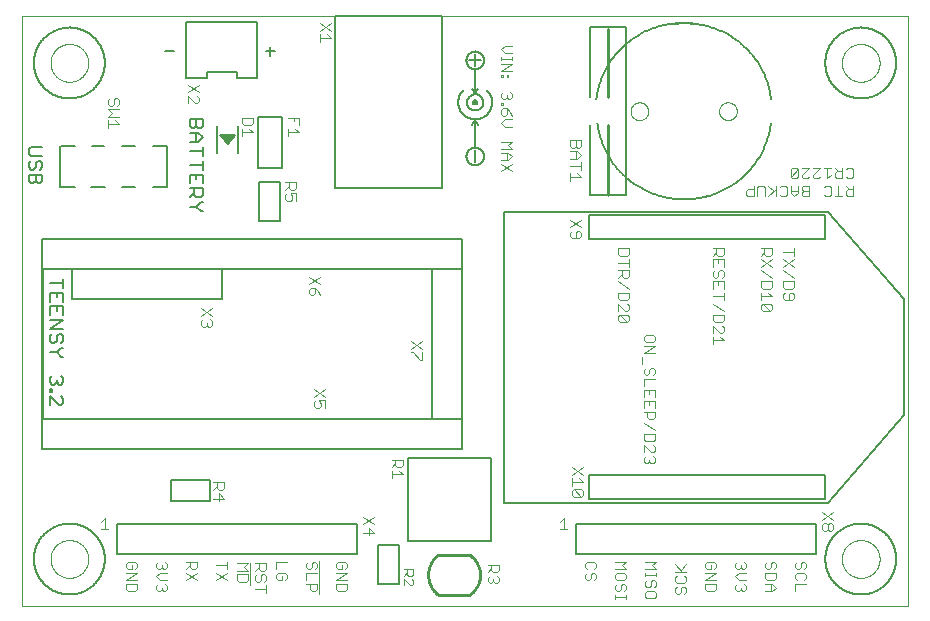
<source format=gto>
G75*
%MOIN*%
%OFA0B0*%
%FSLAX25Y25*%
%IPPOS*%
%LPD*%
%AMOC8*
5,1,8,0,0,1.08239X$1,22.5*
%
%ADD10C,0.00000*%
%ADD11C,0.00400*%
%ADD12C,0.00800*%
%ADD13C,0.00600*%
%ADD14C,0.00500*%
%ADD15C,0.01000*%
%ADD16C,0.00709*%
%ADD17C,0.00866*%
D10*
X0048837Y0076492D02*
X0048837Y0273343D01*
X0344113Y0273343D01*
X0344113Y0076492D01*
X0048837Y0076492D01*
X0058286Y0092240D02*
X0058288Y0092398D01*
X0058294Y0092556D01*
X0058304Y0092714D01*
X0058318Y0092872D01*
X0058336Y0093029D01*
X0058357Y0093186D01*
X0058383Y0093342D01*
X0058413Y0093498D01*
X0058446Y0093653D01*
X0058484Y0093806D01*
X0058525Y0093959D01*
X0058570Y0094111D01*
X0058619Y0094262D01*
X0058672Y0094411D01*
X0058728Y0094559D01*
X0058788Y0094705D01*
X0058852Y0094850D01*
X0058920Y0094993D01*
X0058991Y0095135D01*
X0059065Y0095275D01*
X0059143Y0095412D01*
X0059225Y0095548D01*
X0059309Y0095682D01*
X0059398Y0095813D01*
X0059489Y0095942D01*
X0059584Y0096069D01*
X0059681Y0096194D01*
X0059782Y0096316D01*
X0059886Y0096435D01*
X0059993Y0096552D01*
X0060103Y0096666D01*
X0060216Y0096777D01*
X0060331Y0096886D01*
X0060449Y0096991D01*
X0060570Y0097093D01*
X0060693Y0097193D01*
X0060819Y0097289D01*
X0060947Y0097382D01*
X0061077Y0097472D01*
X0061210Y0097558D01*
X0061345Y0097642D01*
X0061481Y0097721D01*
X0061620Y0097798D01*
X0061761Y0097870D01*
X0061903Y0097940D01*
X0062047Y0098005D01*
X0062193Y0098067D01*
X0062340Y0098125D01*
X0062489Y0098180D01*
X0062639Y0098231D01*
X0062790Y0098278D01*
X0062942Y0098321D01*
X0063095Y0098360D01*
X0063250Y0098396D01*
X0063405Y0098427D01*
X0063561Y0098455D01*
X0063717Y0098479D01*
X0063874Y0098499D01*
X0064032Y0098515D01*
X0064189Y0098527D01*
X0064348Y0098535D01*
X0064506Y0098539D01*
X0064664Y0098539D01*
X0064822Y0098535D01*
X0064981Y0098527D01*
X0065138Y0098515D01*
X0065296Y0098499D01*
X0065453Y0098479D01*
X0065609Y0098455D01*
X0065765Y0098427D01*
X0065920Y0098396D01*
X0066075Y0098360D01*
X0066228Y0098321D01*
X0066380Y0098278D01*
X0066531Y0098231D01*
X0066681Y0098180D01*
X0066830Y0098125D01*
X0066977Y0098067D01*
X0067123Y0098005D01*
X0067267Y0097940D01*
X0067409Y0097870D01*
X0067550Y0097798D01*
X0067689Y0097721D01*
X0067825Y0097642D01*
X0067960Y0097558D01*
X0068093Y0097472D01*
X0068223Y0097382D01*
X0068351Y0097289D01*
X0068477Y0097193D01*
X0068600Y0097093D01*
X0068721Y0096991D01*
X0068839Y0096886D01*
X0068954Y0096777D01*
X0069067Y0096666D01*
X0069177Y0096552D01*
X0069284Y0096435D01*
X0069388Y0096316D01*
X0069489Y0096194D01*
X0069586Y0096069D01*
X0069681Y0095942D01*
X0069772Y0095813D01*
X0069861Y0095682D01*
X0069945Y0095548D01*
X0070027Y0095412D01*
X0070105Y0095275D01*
X0070179Y0095135D01*
X0070250Y0094993D01*
X0070318Y0094850D01*
X0070382Y0094705D01*
X0070442Y0094559D01*
X0070498Y0094411D01*
X0070551Y0094262D01*
X0070600Y0094111D01*
X0070645Y0093959D01*
X0070686Y0093806D01*
X0070724Y0093653D01*
X0070757Y0093498D01*
X0070787Y0093342D01*
X0070813Y0093186D01*
X0070834Y0093029D01*
X0070852Y0092872D01*
X0070866Y0092714D01*
X0070876Y0092556D01*
X0070882Y0092398D01*
X0070884Y0092240D01*
X0070882Y0092082D01*
X0070876Y0091924D01*
X0070866Y0091766D01*
X0070852Y0091608D01*
X0070834Y0091451D01*
X0070813Y0091294D01*
X0070787Y0091138D01*
X0070757Y0090982D01*
X0070724Y0090827D01*
X0070686Y0090674D01*
X0070645Y0090521D01*
X0070600Y0090369D01*
X0070551Y0090218D01*
X0070498Y0090069D01*
X0070442Y0089921D01*
X0070382Y0089775D01*
X0070318Y0089630D01*
X0070250Y0089487D01*
X0070179Y0089345D01*
X0070105Y0089205D01*
X0070027Y0089068D01*
X0069945Y0088932D01*
X0069861Y0088798D01*
X0069772Y0088667D01*
X0069681Y0088538D01*
X0069586Y0088411D01*
X0069489Y0088286D01*
X0069388Y0088164D01*
X0069284Y0088045D01*
X0069177Y0087928D01*
X0069067Y0087814D01*
X0068954Y0087703D01*
X0068839Y0087594D01*
X0068721Y0087489D01*
X0068600Y0087387D01*
X0068477Y0087287D01*
X0068351Y0087191D01*
X0068223Y0087098D01*
X0068093Y0087008D01*
X0067960Y0086922D01*
X0067825Y0086838D01*
X0067689Y0086759D01*
X0067550Y0086682D01*
X0067409Y0086610D01*
X0067267Y0086540D01*
X0067123Y0086475D01*
X0066977Y0086413D01*
X0066830Y0086355D01*
X0066681Y0086300D01*
X0066531Y0086249D01*
X0066380Y0086202D01*
X0066228Y0086159D01*
X0066075Y0086120D01*
X0065920Y0086084D01*
X0065765Y0086053D01*
X0065609Y0086025D01*
X0065453Y0086001D01*
X0065296Y0085981D01*
X0065138Y0085965D01*
X0064981Y0085953D01*
X0064822Y0085945D01*
X0064664Y0085941D01*
X0064506Y0085941D01*
X0064348Y0085945D01*
X0064189Y0085953D01*
X0064032Y0085965D01*
X0063874Y0085981D01*
X0063717Y0086001D01*
X0063561Y0086025D01*
X0063405Y0086053D01*
X0063250Y0086084D01*
X0063095Y0086120D01*
X0062942Y0086159D01*
X0062790Y0086202D01*
X0062639Y0086249D01*
X0062489Y0086300D01*
X0062340Y0086355D01*
X0062193Y0086413D01*
X0062047Y0086475D01*
X0061903Y0086540D01*
X0061761Y0086610D01*
X0061620Y0086682D01*
X0061481Y0086759D01*
X0061345Y0086838D01*
X0061210Y0086922D01*
X0061077Y0087008D01*
X0060947Y0087098D01*
X0060819Y0087191D01*
X0060693Y0087287D01*
X0060570Y0087387D01*
X0060449Y0087489D01*
X0060331Y0087594D01*
X0060216Y0087703D01*
X0060103Y0087814D01*
X0059993Y0087928D01*
X0059886Y0088045D01*
X0059782Y0088164D01*
X0059681Y0088286D01*
X0059584Y0088411D01*
X0059489Y0088538D01*
X0059398Y0088667D01*
X0059309Y0088798D01*
X0059225Y0088932D01*
X0059143Y0089068D01*
X0059065Y0089205D01*
X0058991Y0089345D01*
X0058920Y0089487D01*
X0058852Y0089630D01*
X0058788Y0089775D01*
X0058728Y0089921D01*
X0058672Y0090069D01*
X0058619Y0090218D01*
X0058570Y0090369D01*
X0058525Y0090521D01*
X0058484Y0090674D01*
X0058446Y0090827D01*
X0058413Y0090982D01*
X0058383Y0091138D01*
X0058357Y0091294D01*
X0058336Y0091451D01*
X0058318Y0091608D01*
X0058304Y0091766D01*
X0058294Y0091924D01*
X0058288Y0092082D01*
X0058286Y0092240D01*
X0251620Y0241492D02*
X0251622Y0241600D01*
X0251628Y0241709D01*
X0251638Y0241817D01*
X0251652Y0241924D01*
X0251670Y0242031D01*
X0251691Y0242138D01*
X0251717Y0242243D01*
X0251747Y0242348D01*
X0251780Y0242451D01*
X0251817Y0242553D01*
X0251858Y0242653D01*
X0251902Y0242752D01*
X0251951Y0242850D01*
X0252002Y0242945D01*
X0252057Y0243038D01*
X0252116Y0243130D01*
X0252178Y0243219D01*
X0252243Y0243306D01*
X0252311Y0243390D01*
X0252382Y0243472D01*
X0252456Y0243551D01*
X0252533Y0243627D01*
X0252613Y0243701D01*
X0252696Y0243771D01*
X0252781Y0243839D01*
X0252868Y0243903D01*
X0252958Y0243964D01*
X0253050Y0244022D01*
X0253144Y0244076D01*
X0253240Y0244127D01*
X0253337Y0244174D01*
X0253437Y0244218D01*
X0253538Y0244258D01*
X0253640Y0244294D01*
X0253743Y0244326D01*
X0253848Y0244355D01*
X0253954Y0244379D01*
X0254060Y0244400D01*
X0254167Y0244417D01*
X0254275Y0244430D01*
X0254383Y0244439D01*
X0254492Y0244444D01*
X0254600Y0244445D01*
X0254709Y0244442D01*
X0254817Y0244435D01*
X0254925Y0244424D01*
X0255032Y0244409D01*
X0255139Y0244390D01*
X0255245Y0244367D01*
X0255350Y0244341D01*
X0255455Y0244310D01*
X0255557Y0244276D01*
X0255659Y0244238D01*
X0255759Y0244196D01*
X0255858Y0244151D01*
X0255955Y0244102D01*
X0256049Y0244049D01*
X0256142Y0243993D01*
X0256233Y0243934D01*
X0256322Y0243871D01*
X0256408Y0243806D01*
X0256492Y0243737D01*
X0256573Y0243665D01*
X0256651Y0243590D01*
X0256727Y0243512D01*
X0256800Y0243431D01*
X0256870Y0243348D01*
X0256936Y0243263D01*
X0257000Y0243175D01*
X0257060Y0243084D01*
X0257117Y0242992D01*
X0257170Y0242897D01*
X0257220Y0242801D01*
X0257266Y0242703D01*
X0257309Y0242603D01*
X0257348Y0242502D01*
X0257383Y0242399D01*
X0257415Y0242296D01*
X0257442Y0242191D01*
X0257466Y0242085D01*
X0257486Y0241978D01*
X0257502Y0241871D01*
X0257514Y0241763D01*
X0257522Y0241655D01*
X0257526Y0241546D01*
X0257526Y0241438D01*
X0257522Y0241329D01*
X0257514Y0241221D01*
X0257502Y0241113D01*
X0257486Y0241006D01*
X0257466Y0240899D01*
X0257442Y0240793D01*
X0257415Y0240688D01*
X0257383Y0240585D01*
X0257348Y0240482D01*
X0257309Y0240381D01*
X0257266Y0240281D01*
X0257220Y0240183D01*
X0257170Y0240087D01*
X0257117Y0239992D01*
X0257060Y0239900D01*
X0257000Y0239809D01*
X0256936Y0239721D01*
X0256870Y0239636D01*
X0256800Y0239553D01*
X0256727Y0239472D01*
X0256651Y0239394D01*
X0256573Y0239319D01*
X0256492Y0239247D01*
X0256408Y0239178D01*
X0256322Y0239113D01*
X0256233Y0239050D01*
X0256142Y0238991D01*
X0256050Y0238935D01*
X0255955Y0238882D01*
X0255858Y0238833D01*
X0255759Y0238788D01*
X0255659Y0238746D01*
X0255557Y0238708D01*
X0255455Y0238674D01*
X0255350Y0238643D01*
X0255245Y0238617D01*
X0255139Y0238594D01*
X0255032Y0238575D01*
X0254925Y0238560D01*
X0254817Y0238549D01*
X0254709Y0238542D01*
X0254600Y0238539D01*
X0254492Y0238540D01*
X0254383Y0238545D01*
X0254275Y0238554D01*
X0254167Y0238567D01*
X0254060Y0238584D01*
X0253954Y0238605D01*
X0253848Y0238629D01*
X0253743Y0238658D01*
X0253640Y0238690D01*
X0253538Y0238726D01*
X0253437Y0238766D01*
X0253337Y0238810D01*
X0253240Y0238857D01*
X0253144Y0238908D01*
X0253050Y0238962D01*
X0252958Y0239020D01*
X0252868Y0239081D01*
X0252781Y0239145D01*
X0252696Y0239213D01*
X0252613Y0239283D01*
X0252533Y0239357D01*
X0252456Y0239433D01*
X0252382Y0239512D01*
X0252311Y0239594D01*
X0252243Y0239678D01*
X0252178Y0239765D01*
X0252116Y0239854D01*
X0252057Y0239946D01*
X0252002Y0240039D01*
X0251951Y0240134D01*
X0251902Y0240232D01*
X0251858Y0240331D01*
X0251817Y0240431D01*
X0251780Y0240533D01*
X0251747Y0240636D01*
X0251717Y0240741D01*
X0251691Y0240846D01*
X0251670Y0240953D01*
X0251652Y0241060D01*
X0251638Y0241167D01*
X0251628Y0241275D01*
X0251622Y0241384D01*
X0251620Y0241492D01*
X0281148Y0241492D02*
X0281150Y0241600D01*
X0281156Y0241709D01*
X0281166Y0241817D01*
X0281180Y0241924D01*
X0281198Y0242031D01*
X0281219Y0242138D01*
X0281245Y0242243D01*
X0281275Y0242348D01*
X0281308Y0242451D01*
X0281345Y0242553D01*
X0281386Y0242653D01*
X0281430Y0242752D01*
X0281479Y0242850D01*
X0281530Y0242945D01*
X0281585Y0243038D01*
X0281644Y0243130D01*
X0281706Y0243219D01*
X0281771Y0243306D01*
X0281839Y0243390D01*
X0281910Y0243472D01*
X0281984Y0243551D01*
X0282061Y0243627D01*
X0282141Y0243701D01*
X0282224Y0243771D01*
X0282309Y0243839D01*
X0282396Y0243903D01*
X0282486Y0243964D01*
X0282578Y0244022D01*
X0282672Y0244076D01*
X0282768Y0244127D01*
X0282865Y0244174D01*
X0282965Y0244218D01*
X0283066Y0244258D01*
X0283168Y0244294D01*
X0283271Y0244326D01*
X0283376Y0244355D01*
X0283482Y0244379D01*
X0283588Y0244400D01*
X0283695Y0244417D01*
X0283803Y0244430D01*
X0283911Y0244439D01*
X0284020Y0244444D01*
X0284128Y0244445D01*
X0284237Y0244442D01*
X0284345Y0244435D01*
X0284453Y0244424D01*
X0284560Y0244409D01*
X0284667Y0244390D01*
X0284773Y0244367D01*
X0284878Y0244341D01*
X0284983Y0244310D01*
X0285085Y0244276D01*
X0285187Y0244238D01*
X0285287Y0244196D01*
X0285386Y0244151D01*
X0285483Y0244102D01*
X0285577Y0244049D01*
X0285670Y0243993D01*
X0285761Y0243934D01*
X0285850Y0243871D01*
X0285936Y0243806D01*
X0286020Y0243737D01*
X0286101Y0243665D01*
X0286179Y0243590D01*
X0286255Y0243512D01*
X0286328Y0243431D01*
X0286398Y0243348D01*
X0286464Y0243263D01*
X0286528Y0243175D01*
X0286588Y0243084D01*
X0286645Y0242992D01*
X0286698Y0242897D01*
X0286748Y0242801D01*
X0286794Y0242703D01*
X0286837Y0242603D01*
X0286876Y0242502D01*
X0286911Y0242399D01*
X0286943Y0242296D01*
X0286970Y0242191D01*
X0286994Y0242085D01*
X0287014Y0241978D01*
X0287030Y0241871D01*
X0287042Y0241763D01*
X0287050Y0241655D01*
X0287054Y0241546D01*
X0287054Y0241438D01*
X0287050Y0241329D01*
X0287042Y0241221D01*
X0287030Y0241113D01*
X0287014Y0241006D01*
X0286994Y0240899D01*
X0286970Y0240793D01*
X0286943Y0240688D01*
X0286911Y0240585D01*
X0286876Y0240482D01*
X0286837Y0240381D01*
X0286794Y0240281D01*
X0286748Y0240183D01*
X0286698Y0240087D01*
X0286645Y0239992D01*
X0286588Y0239900D01*
X0286528Y0239809D01*
X0286464Y0239721D01*
X0286398Y0239636D01*
X0286328Y0239553D01*
X0286255Y0239472D01*
X0286179Y0239394D01*
X0286101Y0239319D01*
X0286020Y0239247D01*
X0285936Y0239178D01*
X0285850Y0239113D01*
X0285761Y0239050D01*
X0285670Y0238991D01*
X0285578Y0238935D01*
X0285483Y0238882D01*
X0285386Y0238833D01*
X0285287Y0238788D01*
X0285187Y0238746D01*
X0285085Y0238708D01*
X0284983Y0238674D01*
X0284878Y0238643D01*
X0284773Y0238617D01*
X0284667Y0238594D01*
X0284560Y0238575D01*
X0284453Y0238560D01*
X0284345Y0238549D01*
X0284237Y0238542D01*
X0284128Y0238539D01*
X0284020Y0238540D01*
X0283911Y0238545D01*
X0283803Y0238554D01*
X0283695Y0238567D01*
X0283588Y0238584D01*
X0283482Y0238605D01*
X0283376Y0238629D01*
X0283271Y0238658D01*
X0283168Y0238690D01*
X0283066Y0238726D01*
X0282965Y0238766D01*
X0282865Y0238810D01*
X0282768Y0238857D01*
X0282672Y0238908D01*
X0282578Y0238962D01*
X0282486Y0239020D01*
X0282396Y0239081D01*
X0282309Y0239145D01*
X0282224Y0239213D01*
X0282141Y0239283D01*
X0282061Y0239357D01*
X0281984Y0239433D01*
X0281910Y0239512D01*
X0281839Y0239594D01*
X0281771Y0239678D01*
X0281706Y0239765D01*
X0281644Y0239854D01*
X0281585Y0239946D01*
X0281530Y0240039D01*
X0281479Y0240134D01*
X0281430Y0240232D01*
X0281386Y0240331D01*
X0281345Y0240431D01*
X0281308Y0240533D01*
X0281275Y0240636D01*
X0281245Y0240741D01*
X0281219Y0240846D01*
X0281198Y0240953D01*
X0281180Y0241060D01*
X0281166Y0241167D01*
X0281156Y0241275D01*
X0281150Y0241384D01*
X0281148Y0241492D01*
X0322066Y0257594D02*
X0322068Y0257752D01*
X0322074Y0257910D01*
X0322084Y0258068D01*
X0322098Y0258226D01*
X0322116Y0258383D01*
X0322137Y0258540D01*
X0322163Y0258696D01*
X0322193Y0258852D01*
X0322226Y0259007D01*
X0322264Y0259160D01*
X0322305Y0259313D01*
X0322350Y0259465D01*
X0322399Y0259616D01*
X0322452Y0259765D01*
X0322508Y0259913D01*
X0322568Y0260059D01*
X0322632Y0260204D01*
X0322700Y0260347D01*
X0322771Y0260489D01*
X0322845Y0260629D01*
X0322923Y0260766D01*
X0323005Y0260902D01*
X0323089Y0261036D01*
X0323178Y0261167D01*
X0323269Y0261296D01*
X0323364Y0261423D01*
X0323461Y0261548D01*
X0323562Y0261670D01*
X0323666Y0261789D01*
X0323773Y0261906D01*
X0323883Y0262020D01*
X0323996Y0262131D01*
X0324111Y0262240D01*
X0324229Y0262345D01*
X0324350Y0262447D01*
X0324473Y0262547D01*
X0324599Y0262643D01*
X0324727Y0262736D01*
X0324857Y0262826D01*
X0324990Y0262912D01*
X0325125Y0262996D01*
X0325261Y0263075D01*
X0325400Y0263152D01*
X0325541Y0263224D01*
X0325683Y0263294D01*
X0325827Y0263359D01*
X0325973Y0263421D01*
X0326120Y0263479D01*
X0326269Y0263534D01*
X0326419Y0263585D01*
X0326570Y0263632D01*
X0326722Y0263675D01*
X0326875Y0263714D01*
X0327030Y0263750D01*
X0327185Y0263781D01*
X0327341Y0263809D01*
X0327497Y0263833D01*
X0327654Y0263853D01*
X0327812Y0263869D01*
X0327969Y0263881D01*
X0328128Y0263889D01*
X0328286Y0263893D01*
X0328444Y0263893D01*
X0328602Y0263889D01*
X0328761Y0263881D01*
X0328918Y0263869D01*
X0329076Y0263853D01*
X0329233Y0263833D01*
X0329389Y0263809D01*
X0329545Y0263781D01*
X0329700Y0263750D01*
X0329855Y0263714D01*
X0330008Y0263675D01*
X0330160Y0263632D01*
X0330311Y0263585D01*
X0330461Y0263534D01*
X0330610Y0263479D01*
X0330757Y0263421D01*
X0330903Y0263359D01*
X0331047Y0263294D01*
X0331189Y0263224D01*
X0331330Y0263152D01*
X0331469Y0263075D01*
X0331605Y0262996D01*
X0331740Y0262912D01*
X0331873Y0262826D01*
X0332003Y0262736D01*
X0332131Y0262643D01*
X0332257Y0262547D01*
X0332380Y0262447D01*
X0332501Y0262345D01*
X0332619Y0262240D01*
X0332734Y0262131D01*
X0332847Y0262020D01*
X0332957Y0261906D01*
X0333064Y0261789D01*
X0333168Y0261670D01*
X0333269Y0261548D01*
X0333366Y0261423D01*
X0333461Y0261296D01*
X0333552Y0261167D01*
X0333641Y0261036D01*
X0333725Y0260902D01*
X0333807Y0260766D01*
X0333885Y0260629D01*
X0333959Y0260489D01*
X0334030Y0260347D01*
X0334098Y0260204D01*
X0334162Y0260059D01*
X0334222Y0259913D01*
X0334278Y0259765D01*
X0334331Y0259616D01*
X0334380Y0259465D01*
X0334425Y0259313D01*
X0334466Y0259160D01*
X0334504Y0259007D01*
X0334537Y0258852D01*
X0334567Y0258696D01*
X0334593Y0258540D01*
X0334614Y0258383D01*
X0334632Y0258226D01*
X0334646Y0258068D01*
X0334656Y0257910D01*
X0334662Y0257752D01*
X0334664Y0257594D01*
X0334662Y0257436D01*
X0334656Y0257278D01*
X0334646Y0257120D01*
X0334632Y0256962D01*
X0334614Y0256805D01*
X0334593Y0256648D01*
X0334567Y0256492D01*
X0334537Y0256336D01*
X0334504Y0256181D01*
X0334466Y0256028D01*
X0334425Y0255875D01*
X0334380Y0255723D01*
X0334331Y0255572D01*
X0334278Y0255423D01*
X0334222Y0255275D01*
X0334162Y0255129D01*
X0334098Y0254984D01*
X0334030Y0254841D01*
X0333959Y0254699D01*
X0333885Y0254559D01*
X0333807Y0254422D01*
X0333725Y0254286D01*
X0333641Y0254152D01*
X0333552Y0254021D01*
X0333461Y0253892D01*
X0333366Y0253765D01*
X0333269Y0253640D01*
X0333168Y0253518D01*
X0333064Y0253399D01*
X0332957Y0253282D01*
X0332847Y0253168D01*
X0332734Y0253057D01*
X0332619Y0252948D01*
X0332501Y0252843D01*
X0332380Y0252741D01*
X0332257Y0252641D01*
X0332131Y0252545D01*
X0332003Y0252452D01*
X0331873Y0252362D01*
X0331740Y0252276D01*
X0331605Y0252192D01*
X0331469Y0252113D01*
X0331330Y0252036D01*
X0331189Y0251964D01*
X0331047Y0251894D01*
X0330903Y0251829D01*
X0330757Y0251767D01*
X0330610Y0251709D01*
X0330461Y0251654D01*
X0330311Y0251603D01*
X0330160Y0251556D01*
X0330008Y0251513D01*
X0329855Y0251474D01*
X0329700Y0251438D01*
X0329545Y0251407D01*
X0329389Y0251379D01*
X0329233Y0251355D01*
X0329076Y0251335D01*
X0328918Y0251319D01*
X0328761Y0251307D01*
X0328602Y0251299D01*
X0328444Y0251295D01*
X0328286Y0251295D01*
X0328128Y0251299D01*
X0327969Y0251307D01*
X0327812Y0251319D01*
X0327654Y0251335D01*
X0327497Y0251355D01*
X0327341Y0251379D01*
X0327185Y0251407D01*
X0327030Y0251438D01*
X0326875Y0251474D01*
X0326722Y0251513D01*
X0326570Y0251556D01*
X0326419Y0251603D01*
X0326269Y0251654D01*
X0326120Y0251709D01*
X0325973Y0251767D01*
X0325827Y0251829D01*
X0325683Y0251894D01*
X0325541Y0251964D01*
X0325400Y0252036D01*
X0325261Y0252113D01*
X0325125Y0252192D01*
X0324990Y0252276D01*
X0324857Y0252362D01*
X0324727Y0252452D01*
X0324599Y0252545D01*
X0324473Y0252641D01*
X0324350Y0252741D01*
X0324229Y0252843D01*
X0324111Y0252948D01*
X0323996Y0253057D01*
X0323883Y0253168D01*
X0323773Y0253282D01*
X0323666Y0253399D01*
X0323562Y0253518D01*
X0323461Y0253640D01*
X0323364Y0253765D01*
X0323269Y0253892D01*
X0323178Y0254021D01*
X0323089Y0254152D01*
X0323005Y0254286D01*
X0322923Y0254422D01*
X0322845Y0254559D01*
X0322771Y0254699D01*
X0322700Y0254841D01*
X0322632Y0254984D01*
X0322568Y0255129D01*
X0322508Y0255275D01*
X0322452Y0255423D01*
X0322399Y0255572D01*
X0322350Y0255723D01*
X0322305Y0255875D01*
X0322264Y0256028D01*
X0322226Y0256181D01*
X0322193Y0256336D01*
X0322163Y0256492D01*
X0322137Y0256648D01*
X0322116Y0256805D01*
X0322098Y0256962D01*
X0322084Y0257120D01*
X0322074Y0257278D01*
X0322068Y0257436D01*
X0322066Y0257594D01*
X0322066Y0092240D02*
X0322068Y0092398D01*
X0322074Y0092556D01*
X0322084Y0092714D01*
X0322098Y0092872D01*
X0322116Y0093029D01*
X0322137Y0093186D01*
X0322163Y0093342D01*
X0322193Y0093498D01*
X0322226Y0093653D01*
X0322264Y0093806D01*
X0322305Y0093959D01*
X0322350Y0094111D01*
X0322399Y0094262D01*
X0322452Y0094411D01*
X0322508Y0094559D01*
X0322568Y0094705D01*
X0322632Y0094850D01*
X0322700Y0094993D01*
X0322771Y0095135D01*
X0322845Y0095275D01*
X0322923Y0095412D01*
X0323005Y0095548D01*
X0323089Y0095682D01*
X0323178Y0095813D01*
X0323269Y0095942D01*
X0323364Y0096069D01*
X0323461Y0096194D01*
X0323562Y0096316D01*
X0323666Y0096435D01*
X0323773Y0096552D01*
X0323883Y0096666D01*
X0323996Y0096777D01*
X0324111Y0096886D01*
X0324229Y0096991D01*
X0324350Y0097093D01*
X0324473Y0097193D01*
X0324599Y0097289D01*
X0324727Y0097382D01*
X0324857Y0097472D01*
X0324990Y0097558D01*
X0325125Y0097642D01*
X0325261Y0097721D01*
X0325400Y0097798D01*
X0325541Y0097870D01*
X0325683Y0097940D01*
X0325827Y0098005D01*
X0325973Y0098067D01*
X0326120Y0098125D01*
X0326269Y0098180D01*
X0326419Y0098231D01*
X0326570Y0098278D01*
X0326722Y0098321D01*
X0326875Y0098360D01*
X0327030Y0098396D01*
X0327185Y0098427D01*
X0327341Y0098455D01*
X0327497Y0098479D01*
X0327654Y0098499D01*
X0327812Y0098515D01*
X0327969Y0098527D01*
X0328128Y0098535D01*
X0328286Y0098539D01*
X0328444Y0098539D01*
X0328602Y0098535D01*
X0328761Y0098527D01*
X0328918Y0098515D01*
X0329076Y0098499D01*
X0329233Y0098479D01*
X0329389Y0098455D01*
X0329545Y0098427D01*
X0329700Y0098396D01*
X0329855Y0098360D01*
X0330008Y0098321D01*
X0330160Y0098278D01*
X0330311Y0098231D01*
X0330461Y0098180D01*
X0330610Y0098125D01*
X0330757Y0098067D01*
X0330903Y0098005D01*
X0331047Y0097940D01*
X0331189Y0097870D01*
X0331330Y0097798D01*
X0331469Y0097721D01*
X0331605Y0097642D01*
X0331740Y0097558D01*
X0331873Y0097472D01*
X0332003Y0097382D01*
X0332131Y0097289D01*
X0332257Y0097193D01*
X0332380Y0097093D01*
X0332501Y0096991D01*
X0332619Y0096886D01*
X0332734Y0096777D01*
X0332847Y0096666D01*
X0332957Y0096552D01*
X0333064Y0096435D01*
X0333168Y0096316D01*
X0333269Y0096194D01*
X0333366Y0096069D01*
X0333461Y0095942D01*
X0333552Y0095813D01*
X0333641Y0095682D01*
X0333725Y0095548D01*
X0333807Y0095412D01*
X0333885Y0095275D01*
X0333959Y0095135D01*
X0334030Y0094993D01*
X0334098Y0094850D01*
X0334162Y0094705D01*
X0334222Y0094559D01*
X0334278Y0094411D01*
X0334331Y0094262D01*
X0334380Y0094111D01*
X0334425Y0093959D01*
X0334466Y0093806D01*
X0334504Y0093653D01*
X0334537Y0093498D01*
X0334567Y0093342D01*
X0334593Y0093186D01*
X0334614Y0093029D01*
X0334632Y0092872D01*
X0334646Y0092714D01*
X0334656Y0092556D01*
X0334662Y0092398D01*
X0334664Y0092240D01*
X0334662Y0092082D01*
X0334656Y0091924D01*
X0334646Y0091766D01*
X0334632Y0091608D01*
X0334614Y0091451D01*
X0334593Y0091294D01*
X0334567Y0091138D01*
X0334537Y0090982D01*
X0334504Y0090827D01*
X0334466Y0090674D01*
X0334425Y0090521D01*
X0334380Y0090369D01*
X0334331Y0090218D01*
X0334278Y0090069D01*
X0334222Y0089921D01*
X0334162Y0089775D01*
X0334098Y0089630D01*
X0334030Y0089487D01*
X0333959Y0089345D01*
X0333885Y0089205D01*
X0333807Y0089068D01*
X0333725Y0088932D01*
X0333641Y0088798D01*
X0333552Y0088667D01*
X0333461Y0088538D01*
X0333366Y0088411D01*
X0333269Y0088286D01*
X0333168Y0088164D01*
X0333064Y0088045D01*
X0332957Y0087928D01*
X0332847Y0087814D01*
X0332734Y0087703D01*
X0332619Y0087594D01*
X0332501Y0087489D01*
X0332380Y0087387D01*
X0332257Y0087287D01*
X0332131Y0087191D01*
X0332003Y0087098D01*
X0331873Y0087008D01*
X0331740Y0086922D01*
X0331605Y0086838D01*
X0331469Y0086759D01*
X0331330Y0086682D01*
X0331189Y0086610D01*
X0331047Y0086540D01*
X0330903Y0086475D01*
X0330757Y0086413D01*
X0330610Y0086355D01*
X0330461Y0086300D01*
X0330311Y0086249D01*
X0330160Y0086202D01*
X0330008Y0086159D01*
X0329855Y0086120D01*
X0329700Y0086084D01*
X0329545Y0086053D01*
X0329389Y0086025D01*
X0329233Y0086001D01*
X0329076Y0085981D01*
X0328918Y0085965D01*
X0328761Y0085953D01*
X0328602Y0085945D01*
X0328444Y0085941D01*
X0328286Y0085941D01*
X0328128Y0085945D01*
X0327969Y0085953D01*
X0327812Y0085965D01*
X0327654Y0085981D01*
X0327497Y0086001D01*
X0327341Y0086025D01*
X0327185Y0086053D01*
X0327030Y0086084D01*
X0326875Y0086120D01*
X0326722Y0086159D01*
X0326570Y0086202D01*
X0326419Y0086249D01*
X0326269Y0086300D01*
X0326120Y0086355D01*
X0325973Y0086413D01*
X0325827Y0086475D01*
X0325683Y0086540D01*
X0325541Y0086610D01*
X0325400Y0086682D01*
X0325261Y0086759D01*
X0325125Y0086838D01*
X0324990Y0086922D01*
X0324857Y0087008D01*
X0324727Y0087098D01*
X0324599Y0087191D01*
X0324473Y0087287D01*
X0324350Y0087387D01*
X0324229Y0087489D01*
X0324111Y0087594D01*
X0323996Y0087703D01*
X0323883Y0087814D01*
X0323773Y0087928D01*
X0323666Y0088045D01*
X0323562Y0088164D01*
X0323461Y0088286D01*
X0323364Y0088411D01*
X0323269Y0088538D01*
X0323178Y0088667D01*
X0323089Y0088798D01*
X0323005Y0088932D01*
X0322923Y0089068D01*
X0322845Y0089205D01*
X0322771Y0089345D01*
X0322700Y0089487D01*
X0322632Y0089630D01*
X0322568Y0089775D01*
X0322508Y0089921D01*
X0322452Y0090069D01*
X0322399Y0090218D01*
X0322350Y0090369D01*
X0322305Y0090521D01*
X0322264Y0090674D01*
X0322226Y0090827D01*
X0322193Y0090982D01*
X0322163Y0091138D01*
X0322137Y0091294D01*
X0322116Y0091451D01*
X0322098Y0091608D01*
X0322084Y0091766D01*
X0322074Y0091924D01*
X0322068Y0092082D01*
X0322066Y0092240D01*
X0058286Y0257594D02*
X0058288Y0257752D01*
X0058294Y0257910D01*
X0058304Y0258068D01*
X0058318Y0258226D01*
X0058336Y0258383D01*
X0058357Y0258540D01*
X0058383Y0258696D01*
X0058413Y0258852D01*
X0058446Y0259007D01*
X0058484Y0259160D01*
X0058525Y0259313D01*
X0058570Y0259465D01*
X0058619Y0259616D01*
X0058672Y0259765D01*
X0058728Y0259913D01*
X0058788Y0260059D01*
X0058852Y0260204D01*
X0058920Y0260347D01*
X0058991Y0260489D01*
X0059065Y0260629D01*
X0059143Y0260766D01*
X0059225Y0260902D01*
X0059309Y0261036D01*
X0059398Y0261167D01*
X0059489Y0261296D01*
X0059584Y0261423D01*
X0059681Y0261548D01*
X0059782Y0261670D01*
X0059886Y0261789D01*
X0059993Y0261906D01*
X0060103Y0262020D01*
X0060216Y0262131D01*
X0060331Y0262240D01*
X0060449Y0262345D01*
X0060570Y0262447D01*
X0060693Y0262547D01*
X0060819Y0262643D01*
X0060947Y0262736D01*
X0061077Y0262826D01*
X0061210Y0262912D01*
X0061345Y0262996D01*
X0061481Y0263075D01*
X0061620Y0263152D01*
X0061761Y0263224D01*
X0061903Y0263294D01*
X0062047Y0263359D01*
X0062193Y0263421D01*
X0062340Y0263479D01*
X0062489Y0263534D01*
X0062639Y0263585D01*
X0062790Y0263632D01*
X0062942Y0263675D01*
X0063095Y0263714D01*
X0063250Y0263750D01*
X0063405Y0263781D01*
X0063561Y0263809D01*
X0063717Y0263833D01*
X0063874Y0263853D01*
X0064032Y0263869D01*
X0064189Y0263881D01*
X0064348Y0263889D01*
X0064506Y0263893D01*
X0064664Y0263893D01*
X0064822Y0263889D01*
X0064981Y0263881D01*
X0065138Y0263869D01*
X0065296Y0263853D01*
X0065453Y0263833D01*
X0065609Y0263809D01*
X0065765Y0263781D01*
X0065920Y0263750D01*
X0066075Y0263714D01*
X0066228Y0263675D01*
X0066380Y0263632D01*
X0066531Y0263585D01*
X0066681Y0263534D01*
X0066830Y0263479D01*
X0066977Y0263421D01*
X0067123Y0263359D01*
X0067267Y0263294D01*
X0067409Y0263224D01*
X0067550Y0263152D01*
X0067689Y0263075D01*
X0067825Y0262996D01*
X0067960Y0262912D01*
X0068093Y0262826D01*
X0068223Y0262736D01*
X0068351Y0262643D01*
X0068477Y0262547D01*
X0068600Y0262447D01*
X0068721Y0262345D01*
X0068839Y0262240D01*
X0068954Y0262131D01*
X0069067Y0262020D01*
X0069177Y0261906D01*
X0069284Y0261789D01*
X0069388Y0261670D01*
X0069489Y0261548D01*
X0069586Y0261423D01*
X0069681Y0261296D01*
X0069772Y0261167D01*
X0069861Y0261036D01*
X0069945Y0260902D01*
X0070027Y0260766D01*
X0070105Y0260629D01*
X0070179Y0260489D01*
X0070250Y0260347D01*
X0070318Y0260204D01*
X0070382Y0260059D01*
X0070442Y0259913D01*
X0070498Y0259765D01*
X0070551Y0259616D01*
X0070600Y0259465D01*
X0070645Y0259313D01*
X0070686Y0259160D01*
X0070724Y0259007D01*
X0070757Y0258852D01*
X0070787Y0258696D01*
X0070813Y0258540D01*
X0070834Y0258383D01*
X0070852Y0258226D01*
X0070866Y0258068D01*
X0070876Y0257910D01*
X0070882Y0257752D01*
X0070884Y0257594D01*
X0070882Y0257436D01*
X0070876Y0257278D01*
X0070866Y0257120D01*
X0070852Y0256962D01*
X0070834Y0256805D01*
X0070813Y0256648D01*
X0070787Y0256492D01*
X0070757Y0256336D01*
X0070724Y0256181D01*
X0070686Y0256028D01*
X0070645Y0255875D01*
X0070600Y0255723D01*
X0070551Y0255572D01*
X0070498Y0255423D01*
X0070442Y0255275D01*
X0070382Y0255129D01*
X0070318Y0254984D01*
X0070250Y0254841D01*
X0070179Y0254699D01*
X0070105Y0254559D01*
X0070027Y0254422D01*
X0069945Y0254286D01*
X0069861Y0254152D01*
X0069772Y0254021D01*
X0069681Y0253892D01*
X0069586Y0253765D01*
X0069489Y0253640D01*
X0069388Y0253518D01*
X0069284Y0253399D01*
X0069177Y0253282D01*
X0069067Y0253168D01*
X0068954Y0253057D01*
X0068839Y0252948D01*
X0068721Y0252843D01*
X0068600Y0252741D01*
X0068477Y0252641D01*
X0068351Y0252545D01*
X0068223Y0252452D01*
X0068093Y0252362D01*
X0067960Y0252276D01*
X0067825Y0252192D01*
X0067689Y0252113D01*
X0067550Y0252036D01*
X0067409Y0251964D01*
X0067267Y0251894D01*
X0067123Y0251829D01*
X0066977Y0251767D01*
X0066830Y0251709D01*
X0066681Y0251654D01*
X0066531Y0251603D01*
X0066380Y0251556D01*
X0066228Y0251513D01*
X0066075Y0251474D01*
X0065920Y0251438D01*
X0065765Y0251407D01*
X0065609Y0251379D01*
X0065453Y0251355D01*
X0065296Y0251335D01*
X0065138Y0251319D01*
X0064981Y0251307D01*
X0064822Y0251299D01*
X0064664Y0251295D01*
X0064506Y0251295D01*
X0064348Y0251299D01*
X0064189Y0251307D01*
X0064032Y0251319D01*
X0063874Y0251335D01*
X0063717Y0251355D01*
X0063561Y0251379D01*
X0063405Y0251407D01*
X0063250Y0251438D01*
X0063095Y0251474D01*
X0062942Y0251513D01*
X0062790Y0251556D01*
X0062639Y0251603D01*
X0062489Y0251654D01*
X0062340Y0251709D01*
X0062193Y0251767D01*
X0062047Y0251829D01*
X0061903Y0251894D01*
X0061761Y0251964D01*
X0061620Y0252036D01*
X0061481Y0252113D01*
X0061345Y0252192D01*
X0061210Y0252276D01*
X0061077Y0252362D01*
X0060947Y0252452D01*
X0060819Y0252545D01*
X0060693Y0252641D01*
X0060570Y0252741D01*
X0060449Y0252843D01*
X0060331Y0252948D01*
X0060216Y0253057D01*
X0060103Y0253168D01*
X0059993Y0253282D01*
X0059886Y0253399D01*
X0059782Y0253518D01*
X0059681Y0253640D01*
X0059584Y0253765D01*
X0059489Y0253892D01*
X0059398Y0254021D01*
X0059309Y0254152D01*
X0059225Y0254286D01*
X0059143Y0254422D01*
X0059065Y0254559D01*
X0058991Y0254699D01*
X0058920Y0254841D01*
X0058852Y0254984D01*
X0058788Y0255129D01*
X0058728Y0255275D01*
X0058672Y0255423D01*
X0058619Y0255572D01*
X0058570Y0255723D01*
X0058525Y0255875D01*
X0058484Y0256028D01*
X0058446Y0256181D01*
X0058413Y0256336D01*
X0058383Y0256492D01*
X0058357Y0256648D01*
X0058336Y0256805D01*
X0058318Y0256962D01*
X0058304Y0257120D01*
X0058294Y0257278D01*
X0058288Y0257436D01*
X0058286Y0257594D01*
D11*
X0077537Y0245192D02*
X0078138Y0245792D01*
X0077537Y0245192D02*
X0077537Y0243991D01*
X0078138Y0243390D01*
X0078738Y0243390D01*
X0079339Y0243991D01*
X0079339Y0245192D01*
X0079939Y0245792D01*
X0080540Y0245792D01*
X0081140Y0245192D01*
X0081140Y0243991D01*
X0080540Y0243390D01*
X0081140Y0242109D02*
X0077537Y0242109D01*
X0078738Y0240908D01*
X0077537Y0239707D01*
X0081140Y0239707D01*
X0079939Y0238426D02*
X0081140Y0237225D01*
X0077537Y0237225D01*
X0077537Y0238426D02*
X0077537Y0236024D01*
X0104037Y0244207D02*
X0104037Y0246609D01*
X0106439Y0244207D01*
X0107040Y0244207D01*
X0107640Y0244807D01*
X0107640Y0246008D01*
X0107040Y0246609D01*
X0107640Y0247890D02*
X0104037Y0250292D01*
X0104037Y0247890D02*
X0107640Y0250292D01*
X0122037Y0239292D02*
X0122037Y0237491D01*
X0122638Y0236890D01*
X0125040Y0236890D01*
X0125640Y0237491D01*
X0125640Y0239292D01*
X0122037Y0239292D01*
X0122037Y0235609D02*
X0122037Y0233207D01*
X0122037Y0234408D02*
X0125640Y0234408D01*
X0124439Y0235609D01*
X0137537Y0235609D02*
X0137537Y0233207D01*
X0137537Y0234408D02*
X0141140Y0234408D01*
X0139939Y0235609D01*
X0141140Y0236890D02*
X0141140Y0239292D01*
X0137537Y0239292D01*
X0139339Y0239292D02*
X0139339Y0238091D01*
X0140140Y0217792D02*
X0136537Y0217792D01*
X0137738Y0217792D02*
X0137738Y0215991D01*
X0138339Y0215390D01*
X0139540Y0215390D01*
X0140140Y0215991D01*
X0140140Y0217792D01*
X0137738Y0216591D02*
X0136537Y0215390D01*
X0137138Y0214109D02*
X0136537Y0213508D01*
X0136537Y0212307D01*
X0137138Y0211707D01*
X0138339Y0211707D01*
X0138939Y0212307D01*
X0138939Y0212908D01*
X0138339Y0214109D01*
X0140140Y0214109D01*
X0140140Y0211707D01*
X0144537Y0186292D02*
X0148140Y0183890D01*
X0146339Y0182609D02*
X0146339Y0180807D01*
X0145738Y0180207D01*
X0145138Y0180207D01*
X0144537Y0180807D01*
X0144537Y0182008D01*
X0145138Y0182609D01*
X0146339Y0182609D01*
X0147540Y0181408D01*
X0148140Y0180207D01*
X0144537Y0183890D02*
X0148140Y0186292D01*
X0178537Y0164792D02*
X0182140Y0162390D01*
X0182140Y0161109D02*
X0182140Y0158707D01*
X0181540Y0158707D01*
X0179138Y0161109D01*
X0178537Y0161109D01*
X0178537Y0162390D02*
X0182140Y0164792D01*
X0149640Y0148792D02*
X0146037Y0146390D01*
X0146638Y0145109D02*
X0146037Y0144508D01*
X0146037Y0143307D01*
X0146638Y0142707D01*
X0147839Y0142707D01*
X0148439Y0143307D01*
X0148439Y0143908D01*
X0147839Y0145109D01*
X0149640Y0145109D01*
X0149640Y0142707D01*
X0149640Y0146390D02*
X0146037Y0148792D01*
X0172037Y0125292D02*
X0175640Y0125292D01*
X0175640Y0123491D01*
X0175040Y0122890D01*
X0173839Y0122890D01*
X0173238Y0123491D01*
X0173238Y0125292D01*
X0173238Y0124091D02*
X0172037Y0122890D01*
X0172037Y0121609D02*
X0172037Y0119207D01*
X0172037Y0120408D02*
X0175640Y0120408D01*
X0174439Y0121609D01*
X0166140Y0106292D02*
X0162537Y0103890D01*
X0164339Y0102609D02*
X0164339Y0100207D01*
X0166140Y0100807D02*
X0164339Y0102609D01*
X0166140Y0103890D02*
X0162537Y0106292D01*
X0162537Y0100807D02*
X0166140Y0100807D01*
X0156540Y0091292D02*
X0154138Y0091292D01*
X0153537Y0090692D01*
X0153537Y0089491D01*
X0154138Y0088890D01*
X0155339Y0088890D01*
X0155339Y0090091D01*
X0156540Y0088890D02*
X0157140Y0089491D01*
X0157140Y0090692D01*
X0156540Y0091292D01*
X0157140Y0087609D02*
X0153537Y0085207D01*
X0157140Y0085207D01*
X0157140Y0083926D02*
X0157140Y0082124D01*
X0156540Y0081524D01*
X0154138Y0081524D01*
X0153537Y0082124D01*
X0153537Y0083926D01*
X0157140Y0083926D01*
X0157140Y0087609D02*
X0153537Y0087609D01*
X0147140Y0087609D02*
X0143537Y0087609D01*
X0143537Y0085207D01*
X0143537Y0083926D02*
X0147140Y0083926D01*
X0147140Y0082124D01*
X0146540Y0081524D01*
X0145339Y0081524D01*
X0144738Y0082124D01*
X0144738Y0083926D01*
X0147937Y0080443D02*
X0147937Y0091492D01*
X0147140Y0090692D02*
X0146540Y0091292D01*
X0145939Y0091292D01*
X0145339Y0090692D01*
X0145339Y0089491D01*
X0144738Y0088890D01*
X0144138Y0088890D01*
X0143537Y0089491D01*
X0143537Y0090692D01*
X0144138Y0091292D01*
X0147140Y0090692D02*
X0147140Y0089491D01*
X0146540Y0088890D01*
X0137140Y0087008D02*
X0137140Y0085807D01*
X0136540Y0085207D01*
X0135339Y0085207D02*
X0135339Y0086408D01*
X0135339Y0085207D02*
X0134138Y0085207D01*
X0133537Y0085807D01*
X0133537Y0087008D01*
X0134138Y0087609D01*
X0136540Y0087609D01*
X0137140Y0087008D01*
X0133537Y0088890D02*
X0133537Y0091292D01*
X0137140Y0091292D01*
X0130140Y0090792D02*
X0130140Y0088991D01*
X0129540Y0088390D01*
X0128339Y0088390D01*
X0127738Y0088991D01*
X0127738Y0090792D01*
X0127738Y0089591D02*
X0126537Y0088390D01*
X0127138Y0087109D02*
X0126537Y0086508D01*
X0126537Y0085307D01*
X0127138Y0084707D01*
X0127738Y0084707D01*
X0128339Y0085307D01*
X0128339Y0086508D01*
X0128939Y0087109D01*
X0129540Y0087109D01*
X0130140Y0086508D01*
X0130140Y0085307D01*
X0129540Y0084707D01*
X0130140Y0083426D02*
X0130140Y0081024D01*
X0130140Y0082225D02*
X0126537Y0082225D01*
X0124937Y0083626D02*
X0124937Y0090992D01*
X0124140Y0090792D02*
X0122939Y0089591D01*
X0124140Y0088390D01*
X0120537Y0088390D01*
X0120537Y0087109D02*
X0120537Y0085307D01*
X0121138Y0084707D01*
X0123540Y0084707D01*
X0124140Y0085307D01*
X0124140Y0087109D01*
X0120537Y0087109D01*
X0117140Y0087609D02*
X0113537Y0085207D01*
X0113537Y0087609D02*
X0117140Y0085207D01*
X0117140Y0088890D02*
X0117140Y0091292D01*
X0117140Y0090091D02*
X0113537Y0090091D01*
X0120537Y0090792D02*
X0124140Y0090792D01*
X0126537Y0090792D02*
X0130140Y0090792D01*
X0107140Y0091292D02*
X0107140Y0089491D01*
X0106540Y0088890D01*
X0105339Y0088890D01*
X0104738Y0089491D01*
X0104738Y0091292D01*
X0104738Y0090091D02*
X0103537Y0088890D01*
X0103537Y0087609D02*
X0107140Y0085207D01*
X0107140Y0087609D02*
X0103537Y0085207D01*
X0097140Y0085207D02*
X0094738Y0085207D01*
X0093537Y0086408D01*
X0094738Y0087609D01*
X0097140Y0087609D01*
X0096540Y0088890D02*
X0095939Y0088890D01*
X0095339Y0089491D01*
X0094738Y0088890D01*
X0094138Y0088890D01*
X0093537Y0089491D01*
X0093537Y0090692D01*
X0094138Y0091292D01*
X0095339Y0090091D02*
X0095339Y0089491D01*
X0096540Y0088890D02*
X0097140Y0089491D01*
X0097140Y0090692D01*
X0096540Y0091292D01*
X0103537Y0091292D02*
X0107140Y0091292D01*
X0097140Y0083325D02*
X0097140Y0082124D01*
X0096540Y0081524D01*
X0095939Y0081524D01*
X0095339Y0082124D01*
X0094738Y0081524D01*
X0094138Y0081524D01*
X0093537Y0082124D01*
X0093537Y0083325D01*
X0094138Y0083926D01*
X0095339Y0082725D02*
X0095339Y0082124D01*
X0097140Y0083325D02*
X0096540Y0083926D01*
X0087140Y0083926D02*
X0087140Y0082124D01*
X0086540Y0081524D01*
X0084138Y0081524D01*
X0083537Y0082124D01*
X0083537Y0083926D01*
X0087140Y0083926D01*
X0087140Y0085207D02*
X0083537Y0085207D01*
X0087140Y0087609D01*
X0083537Y0087609D01*
X0084138Y0088890D02*
X0083537Y0089491D01*
X0083537Y0090692D01*
X0084138Y0091292D01*
X0086540Y0091292D01*
X0087140Y0090692D01*
X0087140Y0089491D01*
X0086540Y0088890D01*
X0085339Y0088890D02*
X0085339Y0090091D01*
X0085339Y0088890D02*
X0084138Y0088890D01*
X0077597Y0102192D02*
X0075195Y0102192D01*
X0076396Y0102192D02*
X0076396Y0105795D01*
X0075195Y0104594D01*
X0112537Y0112307D02*
X0116140Y0112307D01*
X0114339Y0114109D01*
X0114339Y0111707D01*
X0114339Y0115390D02*
X0113738Y0115991D01*
X0113738Y0117792D01*
X0113738Y0116591D02*
X0112537Y0115390D01*
X0114339Y0115390D02*
X0115540Y0115390D01*
X0116140Y0115991D01*
X0116140Y0117792D01*
X0112537Y0117792D01*
X0176037Y0088792D02*
X0179140Y0088792D01*
X0179140Y0087241D01*
X0178623Y0086724D01*
X0177588Y0086724D01*
X0177071Y0087241D01*
X0177071Y0088792D01*
X0177071Y0087758D02*
X0176037Y0086724D01*
X0176037Y0085569D02*
X0178105Y0083501D01*
X0178623Y0083501D01*
X0179140Y0084018D01*
X0179140Y0085052D01*
X0178623Y0085569D01*
X0176037Y0085569D02*
X0176037Y0083501D01*
X0204037Y0084807D02*
X0204037Y0086008D01*
X0204638Y0086609D01*
X0204037Y0087890D02*
X0205238Y0089091D01*
X0205238Y0088491D02*
X0205238Y0090292D01*
X0204037Y0090292D02*
X0207640Y0090292D01*
X0207640Y0088491D01*
X0207040Y0087890D01*
X0205839Y0087890D01*
X0205238Y0088491D01*
X0207040Y0086609D02*
X0207640Y0086008D01*
X0207640Y0084807D01*
X0207040Y0084207D01*
X0206439Y0084207D01*
X0205839Y0084807D01*
X0205238Y0084207D01*
X0204638Y0084207D01*
X0204037Y0084807D01*
X0205839Y0084807D02*
X0205839Y0085408D01*
X0228195Y0102192D02*
X0230597Y0102192D01*
X0229396Y0102192D02*
X0229396Y0105795D01*
X0228195Y0104594D01*
X0232638Y0113024D02*
X0232037Y0113624D01*
X0232037Y0114825D01*
X0232638Y0115426D01*
X0235040Y0113024D01*
X0232638Y0113024D01*
X0235040Y0113024D02*
X0235640Y0113624D01*
X0235640Y0114825D01*
X0235040Y0115426D01*
X0232638Y0115426D01*
X0232037Y0116707D02*
X0232037Y0119109D01*
X0232037Y0117908D02*
X0235640Y0117908D01*
X0234439Y0119109D01*
X0235640Y0120390D02*
X0232037Y0122792D01*
X0232037Y0120390D02*
X0235640Y0122792D01*
X0256037Y0124674D02*
X0256037Y0125875D01*
X0256638Y0126475D01*
X0256037Y0127756D02*
X0256037Y0130158D01*
X0258439Y0127756D01*
X0259040Y0127756D01*
X0259640Y0128357D01*
X0259640Y0129558D01*
X0259040Y0130158D01*
X0259040Y0131440D02*
X0259640Y0132040D01*
X0259640Y0133842D01*
X0256037Y0133842D01*
X0256037Y0132040D01*
X0256638Y0131440D01*
X0259040Y0131440D01*
X0259640Y0135123D02*
X0256037Y0137525D01*
X0257839Y0138806D02*
X0257238Y0139406D01*
X0257238Y0141208D01*
X0256037Y0141208D02*
X0259640Y0141208D01*
X0259640Y0139406D01*
X0259040Y0138806D01*
X0257839Y0138806D01*
X0259640Y0142489D02*
X0259640Y0144891D01*
X0256037Y0144891D01*
X0256037Y0142489D01*
X0257839Y0143690D02*
X0257839Y0144891D01*
X0259640Y0146172D02*
X0259640Y0148574D01*
X0256037Y0148574D01*
X0256037Y0146172D01*
X0257839Y0147373D02*
X0257839Y0148574D01*
X0256037Y0149855D02*
X0256037Y0152257D01*
X0259640Y0152257D01*
X0259040Y0153538D02*
X0259640Y0154139D01*
X0259640Y0155340D01*
X0259040Y0155940D01*
X0258439Y0155940D01*
X0257839Y0155340D01*
X0257839Y0154139D01*
X0257238Y0153538D01*
X0256638Y0153538D01*
X0256037Y0154139D01*
X0256037Y0155340D01*
X0256638Y0155940D01*
X0255437Y0157222D02*
X0255437Y0159624D01*
X0256037Y0160905D02*
X0259640Y0160905D01*
X0259640Y0163307D02*
X0256037Y0163307D01*
X0256638Y0164588D02*
X0256037Y0165188D01*
X0256037Y0166389D01*
X0256638Y0166990D01*
X0259040Y0166990D01*
X0259640Y0166389D01*
X0259640Y0165188D01*
X0259040Y0164588D01*
X0256638Y0164588D01*
X0259640Y0163307D02*
X0256037Y0160905D01*
X0250540Y0171291D02*
X0248138Y0173693D01*
X0247537Y0173093D01*
X0247537Y0171892D01*
X0248138Y0171291D01*
X0250540Y0171291D01*
X0251140Y0171892D01*
X0251140Y0173093D01*
X0250540Y0173693D01*
X0248138Y0173693D01*
X0247537Y0174974D02*
X0247537Y0177376D01*
X0249939Y0174974D01*
X0250540Y0174974D01*
X0251140Y0175575D01*
X0251140Y0176776D01*
X0250540Y0177376D01*
X0250540Y0178658D02*
X0251140Y0179258D01*
X0251140Y0181060D01*
X0247537Y0181060D01*
X0247537Y0179258D01*
X0248138Y0178658D01*
X0250540Y0178658D01*
X0251140Y0182341D02*
X0247537Y0184743D01*
X0247537Y0186024D02*
X0248738Y0187225D01*
X0248738Y0186624D02*
X0248738Y0188426D01*
X0247537Y0188426D02*
X0251140Y0188426D01*
X0251140Y0186624D01*
X0250540Y0186024D01*
X0249339Y0186024D01*
X0248738Y0186624D01*
X0251140Y0189707D02*
X0251140Y0192109D01*
X0251140Y0190908D02*
X0247537Y0190908D01*
X0248138Y0193390D02*
X0250540Y0193390D01*
X0251140Y0193991D01*
X0251140Y0195792D01*
X0247537Y0195792D01*
X0247537Y0193991D01*
X0248138Y0193390D01*
X0235140Y0199807D02*
X0235140Y0201008D01*
X0234540Y0201609D01*
X0233939Y0201609D01*
X0233339Y0201008D01*
X0233339Y0199207D01*
X0234540Y0199207D02*
X0235140Y0199807D01*
X0234540Y0199207D02*
X0232138Y0199207D01*
X0231537Y0199807D01*
X0231537Y0201008D01*
X0232138Y0201609D01*
X0231537Y0202890D02*
X0235140Y0205292D01*
X0235140Y0202890D02*
X0231537Y0205292D01*
X0231537Y0218341D02*
X0231537Y0220743D01*
X0231537Y0219542D02*
X0235140Y0219542D01*
X0233939Y0220743D01*
X0235140Y0222024D02*
X0235140Y0224426D01*
X0235140Y0223225D02*
X0231537Y0223225D01*
X0231537Y0225707D02*
X0233939Y0225707D01*
X0235140Y0226908D01*
X0233939Y0228109D01*
X0231537Y0228109D01*
X0232138Y0229390D02*
X0231537Y0229991D01*
X0231537Y0231792D01*
X0235140Y0231792D01*
X0235140Y0229991D01*
X0234540Y0229390D01*
X0233939Y0229390D01*
X0233339Y0229991D01*
X0233339Y0231792D01*
X0233339Y0229991D02*
X0232738Y0229390D01*
X0232138Y0229390D01*
X0233339Y0228109D02*
X0233339Y0225707D01*
X0212140Y0226487D02*
X0210939Y0225286D01*
X0208537Y0225286D01*
X0208537Y0224005D02*
X0212140Y0221603D01*
X0212140Y0224005D02*
X0208537Y0221603D01*
X0210339Y0225286D02*
X0210339Y0227688D01*
X0210939Y0227688D02*
X0212140Y0226487D01*
X0210939Y0227688D02*
X0208537Y0227688D01*
X0208537Y0228970D02*
X0212140Y0228970D01*
X0210939Y0230171D01*
X0212140Y0231372D01*
X0208537Y0231372D01*
X0209738Y0236336D02*
X0212140Y0236336D01*
X0212140Y0238738D02*
X0209738Y0238738D01*
X0208537Y0237537D01*
X0209738Y0236336D01*
X0209738Y0240019D02*
X0210339Y0240619D01*
X0210339Y0242421D01*
X0209138Y0242421D01*
X0208537Y0241820D01*
X0208537Y0240619D01*
X0209138Y0240019D01*
X0209738Y0240019D01*
X0211540Y0241220D02*
X0210339Y0242421D01*
X0211540Y0241220D02*
X0212140Y0240019D01*
X0209138Y0243662D02*
X0208537Y0243662D01*
X0208537Y0244263D01*
X0209138Y0244263D01*
X0209138Y0243662D01*
X0209138Y0245544D02*
X0208537Y0246144D01*
X0208537Y0247345D01*
X0209138Y0247946D01*
X0210339Y0246745D02*
X0210339Y0246144D01*
X0209738Y0245544D01*
X0209138Y0245544D01*
X0210339Y0246144D02*
X0210939Y0245544D01*
X0211540Y0245544D01*
X0212140Y0246144D01*
X0212140Y0247345D01*
X0211540Y0247946D01*
X0210939Y0252870D02*
X0210339Y0252870D01*
X0210339Y0253470D01*
X0210939Y0253470D01*
X0210939Y0252870D01*
X0209138Y0252870D02*
X0208537Y0252870D01*
X0208537Y0253470D01*
X0209138Y0253470D01*
X0209138Y0252870D01*
X0208537Y0254752D02*
X0212140Y0254752D01*
X0212140Y0257154D02*
X0208537Y0257154D01*
X0208537Y0258408D02*
X0208537Y0259609D01*
X0208537Y0259008D02*
X0212140Y0259008D01*
X0212140Y0258408D02*
X0212140Y0259609D01*
X0212140Y0260890D02*
X0209738Y0260890D01*
X0208537Y0262091D01*
X0209738Y0263292D01*
X0212140Y0263292D01*
X0212140Y0257154D02*
X0208537Y0254752D01*
X0151640Y0265908D02*
X0148037Y0265908D01*
X0148037Y0267109D02*
X0148037Y0264707D01*
X0150439Y0267109D02*
X0151640Y0265908D01*
X0151640Y0268390D02*
X0148037Y0270792D01*
X0148037Y0268390D02*
X0151640Y0270792D01*
X0279037Y0195792D02*
X0282640Y0195792D01*
X0282640Y0193991D01*
X0282040Y0193390D01*
X0280839Y0193390D01*
X0280238Y0193991D01*
X0280238Y0195792D01*
X0280238Y0194591D02*
X0279037Y0193390D01*
X0279037Y0192109D02*
X0279037Y0189707D01*
X0279638Y0188426D02*
X0279037Y0187825D01*
X0279037Y0186624D01*
X0279638Y0186024D01*
X0280238Y0186024D01*
X0280839Y0186624D01*
X0280839Y0187825D01*
X0281439Y0188426D01*
X0282040Y0188426D01*
X0282640Y0187825D01*
X0282640Y0186624D01*
X0282040Y0186024D01*
X0282640Y0184743D02*
X0279037Y0184743D01*
X0279037Y0182341D01*
X0280839Y0183542D02*
X0280839Y0184743D01*
X0282640Y0184743D02*
X0282640Y0182341D01*
X0282640Y0181060D02*
X0282640Y0178658D01*
X0282640Y0179859D02*
X0279037Y0179859D01*
X0279037Y0177376D02*
X0282640Y0174974D01*
X0282640Y0173693D02*
X0282640Y0171892D01*
X0282040Y0171291D01*
X0279638Y0171291D01*
X0279037Y0171892D01*
X0279037Y0173693D01*
X0282640Y0173693D01*
X0282040Y0170010D02*
X0282640Y0169410D01*
X0282640Y0168209D01*
X0282040Y0167608D01*
X0281439Y0167608D01*
X0279037Y0170010D01*
X0279037Y0167608D01*
X0279037Y0166327D02*
X0279037Y0163925D01*
X0279037Y0165126D02*
X0282640Y0165126D01*
X0281439Y0166327D01*
X0295037Y0175575D02*
X0295037Y0176776D01*
X0295638Y0177376D01*
X0298040Y0174974D01*
X0295638Y0174974D01*
X0295037Y0175575D01*
X0295638Y0177376D02*
X0298040Y0177376D01*
X0298640Y0176776D01*
X0298640Y0175575D01*
X0298040Y0174974D01*
X0295037Y0178658D02*
X0295037Y0181060D01*
X0295037Y0179859D02*
X0298640Y0179859D01*
X0297439Y0181060D01*
X0298040Y0182341D02*
X0298640Y0182941D01*
X0298640Y0184743D01*
X0295037Y0184743D01*
X0295037Y0182941D01*
X0295638Y0182341D01*
X0298040Y0182341D01*
X0298640Y0186024D02*
X0295037Y0188426D01*
X0295037Y0189707D02*
X0298640Y0192109D01*
X0298040Y0193390D02*
X0296839Y0193390D01*
X0296238Y0193991D01*
X0296238Y0195792D01*
X0296238Y0194591D02*
X0295037Y0193390D01*
X0295037Y0192109D02*
X0298640Y0189707D01*
X0302537Y0189707D02*
X0306140Y0192109D01*
X0306140Y0193390D02*
X0306140Y0195792D01*
X0306140Y0194591D02*
X0302537Y0194591D01*
X0302537Y0192109D02*
X0306140Y0189707D01*
X0306140Y0186024D02*
X0302537Y0188426D01*
X0302537Y0184743D02*
X0302537Y0182941D01*
X0303138Y0182341D01*
X0305540Y0182341D01*
X0306140Y0182941D01*
X0306140Y0184743D01*
X0302537Y0184743D01*
X0303138Y0181060D02*
X0302537Y0180459D01*
X0302537Y0179258D01*
X0303138Y0178658D01*
X0305540Y0178658D01*
X0306140Y0179258D01*
X0306140Y0180459D01*
X0305540Y0181060D01*
X0304939Y0181060D01*
X0304339Y0180459D01*
X0304339Y0178658D01*
X0282640Y0189707D02*
X0282640Y0192109D01*
X0279037Y0192109D01*
X0280839Y0192109D02*
X0280839Y0190908D01*
X0295037Y0195792D02*
X0298640Y0195792D01*
X0298640Y0193991D01*
X0298040Y0193390D01*
X0297610Y0213098D02*
X0300012Y0215501D01*
X0299412Y0214900D02*
X0297610Y0216702D01*
X0296329Y0216101D02*
X0295729Y0216702D01*
X0294528Y0216702D01*
X0293927Y0216101D01*
X0293927Y0213098D01*
X0292646Y0213098D02*
X0290845Y0213098D01*
X0290244Y0213699D01*
X0290244Y0214900D01*
X0290845Y0215501D01*
X0292646Y0215501D01*
X0292646Y0216702D02*
X0292646Y0213098D01*
X0296329Y0213098D02*
X0296329Y0216101D01*
X0300012Y0216702D02*
X0300012Y0213098D01*
X0301294Y0213699D02*
X0301894Y0213098D01*
X0303095Y0213098D01*
X0303696Y0213699D01*
X0303696Y0216101D01*
X0303095Y0216702D01*
X0301894Y0216702D01*
X0301294Y0216101D01*
X0304977Y0216702D02*
X0304977Y0214300D01*
X0306178Y0213098D01*
X0307379Y0214300D01*
X0307379Y0216702D01*
X0308660Y0216101D02*
X0309260Y0216702D01*
X0311062Y0216702D01*
X0311062Y0213098D01*
X0309260Y0213098D01*
X0308660Y0213699D01*
X0308660Y0214300D01*
X0309260Y0214900D01*
X0311062Y0214900D01*
X0309260Y0214900D02*
X0308660Y0215501D01*
X0308660Y0216101D01*
X0307379Y0214900D02*
X0304977Y0214900D01*
X0305577Y0219098D02*
X0304977Y0219699D01*
X0307379Y0222101D01*
X0306778Y0222702D01*
X0305577Y0222702D01*
X0304977Y0222101D01*
X0304977Y0219699D01*
X0305577Y0219098D02*
X0306778Y0219098D01*
X0307379Y0219699D01*
X0307379Y0222101D01*
X0308660Y0222702D02*
X0311062Y0222702D01*
X0308660Y0220300D01*
X0308660Y0219699D01*
X0309260Y0219098D01*
X0310461Y0219098D01*
X0311062Y0219699D01*
X0312343Y0219699D02*
X0312944Y0219098D01*
X0314145Y0219098D01*
X0314745Y0219699D01*
X0312343Y0219699D02*
X0312343Y0220300D01*
X0314745Y0222702D01*
X0312343Y0222702D01*
X0316026Y0222702D02*
X0318428Y0222702D01*
X0317227Y0222702D02*
X0317227Y0219098D01*
X0318428Y0220300D01*
X0319709Y0220900D02*
X0320310Y0221501D01*
X0322111Y0221501D01*
X0322111Y0222702D02*
X0322111Y0219098D01*
X0320310Y0219098D01*
X0319709Y0219699D01*
X0319709Y0220900D01*
X0320910Y0221501D02*
X0319709Y0222702D01*
X0323392Y0222101D02*
X0323993Y0222702D01*
X0325194Y0222702D01*
X0325794Y0222101D01*
X0325794Y0219699D01*
X0325194Y0219098D01*
X0323993Y0219098D01*
X0323392Y0219699D01*
X0323392Y0216702D02*
X0324593Y0215501D01*
X0323993Y0215501D02*
X0325794Y0215501D01*
X0325794Y0216702D02*
X0325794Y0213098D01*
X0323993Y0213098D01*
X0323392Y0213699D01*
X0323392Y0214900D01*
X0323993Y0215501D01*
X0322111Y0213098D02*
X0319709Y0213098D01*
X0320910Y0213098D02*
X0320910Y0216702D01*
X0318428Y0216101D02*
X0317828Y0216702D01*
X0316627Y0216702D01*
X0316026Y0216101D01*
X0316026Y0213699D02*
X0316627Y0213098D01*
X0317828Y0213098D01*
X0318428Y0213699D01*
X0318428Y0216101D01*
X0259040Y0126475D02*
X0259640Y0125875D01*
X0259640Y0124674D01*
X0259040Y0124073D01*
X0258439Y0124073D01*
X0257839Y0124674D01*
X0257238Y0124073D01*
X0256638Y0124073D01*
X0256037Y0124674D01*
X0257839Y0124674D02*
X0257839Y0125274D01*
X0256537Y0091292D02*
X0260140Y0091292D01*
X0258939Y0090091D01*
X0260140Y0088890D01*
X0256537Y0088890D01*
X0256537Y0087609D02*
X0256537Y0086408D01*
X0256537Y0087008D02*
X0260140Y0087008D01*
X0260140Y0086408D02*
X0260140Y0087609D01*
X0259540Y0085154D02*
X0258939Y0085154D01*
X0258339Y0084553D01*
X0258339Y0083352D01*
X0257738Y0082752D01*
X0257138Y0082752D01*
X0256537Y0083352D01*
X0256537Y0084553D01*
X0257138Y0085154D01*
X0259540Y0085154D02*
X0260140Y0084553D01*
X0260140Y0083352D01*
X0259540Y0082752D01*
X0259540Y0081470D02*
X0257138Y0081470D01*
X0256537Y0080870D01*
X0256537Y0079669D01*
X0257138Y0079068D01*
X0259540Y0079068D01*
X0260140Y0079669D01*
X0260140Y0080870D01*
X0259540Y0081470D01*
X0266534Y0081243D02*
X0267134Y0080643D01*
X0267735Y0080643D01*
X0268335Y0081243D01*
X0268335Y0082444D01*
X0268936Y0083045D01*
X0269537Y0083045D01*
X0270137Y0082444D01*
X0270137Y0081243D01*
X0269537Y0080643D01*
X0266534Y0081243D02*
X0266534Y0082444D01*
X0267134Y0083045D01*
X0267134Y0084326D02*
X0269537Y0084326D01*
X0270137Y0084926D01*
X0270137Y0086127D01*
X0269537Y0086728D01*
X0270137Y0088009D02*
X0266534Y0088009D01*
X0267134Y0086728D02*
X0266534Y0086127D01*
X0266534Y0084926D01*
X0267134Y0084326D01*
X0268936Y0088009D02*
X0266534Y0090411D01*
X0268335Y0088609D02*
X0270137Y0090411D01*
X0276537Y0090692D02*
X0276537Y0089491D01*
X0277138Y0088890D01*
X0278339Y0088890D01*
X0278339Y0090091D01*
X0279540Y0088890D02*
X0280140Y0089491D01*
X0280140Y0090692D01*
X0279540Y0091292D01*
X0277138Y0091292D01*
X0276537Y0090692D01*
X0276537Y0087609D02*
X0280140Y0087609D01*
X0276537Y0085207D01*
X0280140Y0085207D01*
X0280140Y0083926D02*
X0280140Y0082124D01*
X0279540Y0081524D01*
X0277138Y0081524D01*
X0276537Y0082124D01*
X0276537Y0083926D01*
X0280140Y0083926D01*
X0286537Y0083325D02*
X0286537Y0082124D01*
X0287138Y0081524D01*
X0287738Y0081524D01*
X0288339Y0082124D01*
X0288339Y0082725D01*
X0288339Y0082124D02*
X0288939Y0081524D01*
X0289540Y0081524D01*
X0290140Y0082124D01*
X0290140Y0083325D01*
X0289540Y0083926D01*
X0290140Y0085207D02*
X0287738Y0085207D01*
X0286537Y0086408D01*
X0287738Y0087609D01*
X0290140Y0087609D01*
X0289540Y0088890D02*
X0288939Y0088890D01*
X0288339Y0089491D01*
X0287738Y0088890D01*
X0287138Y0088890D01*
X0286537Y0089491D01*
X0286537Y0090692D01*
X0287138Y0091292D01*
X0288339Y0090091D02*
X0288339Y0089491D01*
X0289540Y0088890D02*
X0290140Y0089491D01*
X0290140Y0090692D01*
X0289540Y0091292D01*
X0296537Y0090692D02*
X0296537Y0089491D01*
X0297138Y0088890D01*
X0297738Y0088890D01*
X0298339Y0089491D01*
X0298339Y0090692D01*
X0298939Y0091292D01*
X0299540Y0091292D01*
X0300140Y0090692D01*
X0300140Y0089491D01*
X0299540Y0088890D01*
X0300140Y0087609D02*
X0300140Y0085807D01*
X0299540Y0085207D01*
X0297138Y0085207D01*
X0296537Y0085807D01*
X0296537Y0087609D01*
X0300140Y0087609D01*
X0298939Y0083926D02*
X0300140Y0082725D01*
X0298939Y0081524D01*
X0296537Y0081524D01*
X0298339Y0081524D02*
X0298339Y0083926D01*
X0298939Y0083926D02*
X0296537Y0083926D01*
X0296537Y0090692D02*
X0297138Y0091292D01*
X0306537Y0090692D02*
X0306537Y0089491D01*
X0307138Y0088890D01*
X0307738Y0088890D01*
X0308339Y0089491D01*
X0308339Y0090692D01*
X0308939Y0091292D01*
X0309540Y0091292D01*
X0310140Y0090692D01*
X0310140Y0089491D01*
X0309540Y0088890D01*
X0309540Y0087609D02*
X0307138Y0087609D01*
X0306537Y0087008D01*
X0306537Y0085807D01*
X0307138Y0085207D01*
X0306537Y0083926D02*
X0306537Y0081524D01*
X0306537Y0083926D02*
X0310140Y0083926D01*
X0309540Y0085207D02*
X0310140Y0085807D01*
X0310140Y0087008D01*
X0309540Y0087609D01*
X0306537Y0090692D02*
X0307138Y0091292D01*
X0316138Y0101707D02*
X0315537Y0102307D01*
X0315537Y0103508D01*
X0316138Y0104109D01*
X0316738Y0104109D01*
X0317339Y0103508D01*
X0317339Y0102307D01*
X0316738Y0101707D01*
X0316138Y0101707D01*
X0317339Y0102307D02*
X0317939Y0101707D01*
X0318540Y0101707D01*
X0319140Y0102307D01*
X0319140Y0103508D01*
X0318540Y0104109D01*
X0317939Y0104109D01*
X0317339Y0103508D01*
X0319140Y0105390D02*
X0315537Y0107792D01*
X0315537Y0105390D02*
X0319140Y0107792D01*
X0287138Y0083926D02*
X0286537Y0083325D01*
X0250140Y0083325D02*
X0250140Y0082124D01*
X0249540Y0081524D01*
X0248339Y0082124D02*
X0247738Y0081524D01*
X0247138Y0081524D01*
X0246537Y0082124D01*
X0246537Y0083325D01*
X0247138Y0083926D01*
X0247138Y0085207D02*
X0249540Y0085207D01*
X0250140Y0085807D01*
X0250140Y0087008D01*
X0249540Y0087609D01*
X0247138Y0087609D01*
X0246537Y0087008D01*
X0246537Y0085807D01*
X0247138Y0085207D01*
X0248939Y0083926D02*
X0248339Y0083325D01*
X0248339Y0082124D01*
X0248939Y0083926D02*
X0249540Y0083926D01*
X0250140Y0083325D01*
X0250140Y0080243D02*
X0250140Y0079042D01*
X0250140Y0079642D02*
X0246537Y0079642D01*
X0246537Y0079042D02*
X0246537Y0080243D01*
X0240140Y0085807D02*
X0240140Y0087008D01*
X0239540Y0087609D01*
X0238939Y0087609D01*
X0238339Y0087008D01*
X0238339Y0085807D01*
X0237738Y0085207D01*
X0237138Y0085207D01*
X0236537Y0085807D01*
X0236537Y0087008D01*
X0237138Y0087609D01*
X0237138Y0088890D02*
X0236537Y0089491D01*
X0236537Y0090692D01*
X0237138Y0091292D01*
X0239540Y0091292D01*
X0240140Y0090692D01*
X0240140Y0089491D01*
X0239540Y0088890D01*
X0240140Y0085807D02*
X0239540Y0085207D01*
X0246537Y0088890D02*
X0250140Y0088890D01*
X0248939Y0090091D01*
X0250140Y0091292D01*
X0246537Y0091292D01*
X0112140Y0170307D02*
X0111540Y0169707D01*
X0110939Y0169707D01*
X0110339Y0170307D01*
X0109738Y0169707D01*
X0109138Y0169707D01*
X0108537Y0170307D01*
X0108537Y0171508D01*
X0109138Y0172109D01*
X0108537Y0173390D02*
X0112140Y0175792D01*
X0112140Y0173390D02*
X0108537Y0175792D01*
X0111540Y0172109D02*
X0112140Y0171508D01*
X0112140Y0170307D01*
X0110339Y0170307D02*
X0110339Y0170908D01*
D12*
X0209443Y0207898D02*
X0209443Y0111047D01*
X0317605Y0111047D01*
X0342802Y0140181D01*
X0342802Y0178764D01*
X0317605Y0207898D01*
X0209443Y0207898D01*
D13*
X0132969Y0261494D02*
X0130033Y0261494D01*
X0131501Y0262962D02*
X0131501Y0260026D01*
X0099469Y0261494D02*
X0096533Y0261494D01*
X0104637Y0238806D02*
X0104637Y0236604D01*
X0105371Y0235870D01*
X0106105Y0235870D01*
X0106839Y0236604D01*
X0106839Y0238806D01*
X0104637Y0238806D02*
X0109041Y0238806D01*
X0109041Y0236604D01*
X0108307Y0235870D01*
X0107573Y0235870D01*
X0106839Y0236604D01*
X0106839Y0234202D02*
X0106839Y0231266D01*
X0107573Y0231266D02*
X0104637Y0231266D01*
X0107573Y0231266D02*
X0109041Y0232734D01*
X0107573Y0234202D01*
X0104637Y0234202D01*
X0104637Y0228130D02*
X0109041Y0228130D01*
X0109041Y0229598D02*
X0109041Y0226662D01*
X0109041Y0224994D02*
X0109041Y0222058D01*
X0109041Y0223526D02*
X0104637Y0223526D01*
X0104637Y0220390D02*
X0104637Y0217454D01*
X0104637Y0215786D02*
X0109041Y0215786D01*
X0109041Y0213584D01*
X0108307Y0212850D01*
X0106839Y0212850D01*
X0106105Y0213584D01*
X0106105Y0215786D01*
X0106105Y0214318D02*
X0104637Y0212850D01*
X0104637Y0209714D02*
X0106839Y0209714D01*
X0108307Y0208247D01*
X0109041Y0208247D01*
X0106839Y0209714D02*
X0108307Y0211182D01*
X0109041Y0211182D01*
X0109041Y0217454D02*
X0109041Y0220390D01*
X0104637Y0220390D01*
X0106839Y0220390D02*
X0106839Y0218922D01*
X0055541Y0218188D02*
X0054807Y0217454D01*
X0054073Y0217454D01*
X0053339Y0218188D01*
X0053339Y0220390D01*
X0052605Y0222058D02*
X0051871Y0222058D01*
X0051137Y0222792D01*
X0051137Y0224260D01*
X0051871Y0224994D01*
X0053339Y0224260D02*
X0053339Y0222792D01*
X0052605Y0222058D01*
X0054807Y0222058D02*
X0055541Y0222792D01*
X0055541Y0224260D01*
X0054807Y0224994D01*
X0054073Y0224994D01*
X0053339Y0224260D01*
X0051871Y0226662D02*
X0055541Y0226662D01*
X0055541Y0229598D02*
X0051871Y0229598D01*
X0051137Y0228864D01*
X0051137Y0227396D01*
X0051871Y0226662D01*
X0051137Y0220390D02*
X0051137Y0218188D01*
X0051871Y0217454D01*
X0052605Y0217454D01*
X0053339Y0218188D01*
X0055541Y0218188D02*
X0055541Y0220390D01*
X0051137Y0220390D01*
D14*
X0061424Y0216102D02*
X0061424Y0229882D01*
X0061620Y0229882D02*
X0066345Y0229882D01*
X0072250Y0229882D02*
X0076187Y0229882D01*
X0082093Y0229882D02*
X0086424Y0229882D01*
X0092329Y0229882D02*
X0097054Y0229882D01*
X0097250Y0229882D02*
X0097250Y0216102D01*
X0097054Y0216102D02*
X0092329Y0216102D01*
X0086424Y0216102D02*
X0082093Y0216102D01*
X0076581Y0216102D02*
X0071857Y0216102D01*
X0066345Y0216102D02*
X0061620Y0216102D01*
X0055337Y0198992D02*
X0195337Y0198992D01*
X0195337Y0188992D01*
X0195337Y0138992D01*
X0185337Y0138992D01*
X0185337Y0188992D01*
X0195337Y0188992D01*
X0055337Y0188992D01*
X0055337Y0198992D01*
X0065337Y0188992D02*
X0115337Y0188992D01*
X0115337Y0178992D01*
X0065337Y0178992D01*
X0065337Y0188992D01*
X0062591Y0185611D02*
X0062591Y0182608D01*
X0062591Y0184110D02*
X0058087Y0184110D01*
X0058087Y0181007D02*
X0058087Y0178004D01*
X0058087Y0176403D02*
X0058087Y0173400D01*
X0058087Y0171799D02*
X0062591Y0171799D01*
X0058087Y0168796D01*
X0062591Y0168796D01*
X0061840Y0167195D02*
X0061090Y0167195D01*
X0060339Y0166444D01*
X0060339Y0164943D01*
X0059588Y0164193D01*
X0058838Y0164193D01*
X0058087Y0164943D01*
X0058087Y0166444D01*
X0058838Y0167195D01*
X0061840Y0167195D02*
X0062591Y0166444D01*
X0062591Y0164943D01*
X0061840Y0164193D01*
X0061840Y0162591D02*
X0060339Y0161090D01*
X0058087Y0161090D01*
X0060339Y0161090D02*
X0061840Y0159589D01*
X0062591Y0159589D01*
X0062591Y0162591D02*
X0061840Y0162591D01*
X0061840Y0153383D02*
X0062591Y0152633D01*
X0062591Y0151131D01*
X0061840Y0150381D01*
X0061090Y0150381D01*
X0060339Y0151131D01*
X0059588Y0150381D01*
X0058838Y0150381D01*
X0058087Y0151131D01*
X0058087Y0152633D01*
X0058838Y0153383D01*
X0060339Y0151882D02*
X0060339Y0151131D01*
X0058838Y0148779D02*
X0058838Y0148029D01*
X0058087Y0148029D01*
X0058087Y0148779D01*
X0058838Y0148779D01*
X0058087Y0146477D02*
X0061090Y0143475D01*
X0061840Y0143475D01*
X0062591Y0144226D01*
X0062591Y0145727D01*
X0061840Y0146477D01*
X0058087Y0146477D02*
X0058087Y0143475D01*
X0055337Y0138992D02*
X0195337Y0138992D01*
X0195337Y0128992D01*
X0055337Y0128992D01*
X0055337Y0138992D01*
X0098337Y0118492D02*
X0098337Y0111492D01*
X0111337Y0111492D01*
X0111337Y0118492D01*
X0098337Y0118492D01*
X0080337Y0103992D02*
X0160337Y0103992D01*
X0160337Y0093992D01*
X0080337Y0093992D01*
X0080337Y0103992D01*
X0167337Y0096992D02*
X0167337Y0083992D01*
X0174337Y0083992D01*
X0174337Y0096992D01*
X0167337Y0096992D01*
X0177557Y0098213D02*
X0177557Y0125772D01*
X0205117Y0125772D01*
X0205117Y0098213D01*
X0177557Y0098213D01*
X0233337Y0093992D02*
X0313337Y0093992D01*
X0313337Y0103992D01*
X0233337Y0103992D01*
X0233337Y0093992D01*
X0237774Y0112248D02*
X0316514Y0112248D01*
X0316514Y0120122D01*
X0237774Y0120122D01*
X0237774Y0112248D01*
X0237774Y0198862D02*
X0237774Y0206736D01*
X0316514Y0206736D01*
X0316514Y0198862D01*
X0237774Y0198862D01*
X0238235Y0213539D02*
X0238235Y0236768D01*
X0238235Y0246217D02*
X0238235Y0269445D01*
X0250046Y0269445D01*
X0250046Y0213539D01*
X0244140Y0213539D01*
X0238235Y0213539D01*
X0199837Y0224492D02*
X0199837Y0228492D01*
X0199837Y0229492D02*
X0199837Y0238492D01*
X0200837Y0236992D01*
X0199837Y0238492D02*
X0198837Y0236992D01*
X0199837Y0243992D02*
X0199337Y0244492D01*
X0199837Y0244992D01*
X0200337Y0244492D01*
X0199837Y0243992D01*
X0199837Y0244992D01*
X0199130Y0244492D02*
X0199132Y0244545D01*
X0199138Y0244597D01*
X0199148Y0244649D01*
X0199161Y0244700D01*
X0199179Y0244750D01*
X0199200Y0244799D01*
X0199225Y0244846D01*
X0199253Y0244890D01*
X0199284Y0244933D01*
X0199319Y0244973D01*
X0199356Y0245010D01*
X0199396Y0245045D01*
X0199439Y0245076D01*
X0199484Y0245104D01*
X0199530Y0245129D01*
X0199579Y0245150D01*
X0199629Y0245168D01*
X0199680Y0245181D01*
X0199732Y0245191D01*
X0199784Y0245197D01*
X0199837Y0245199D01*
X0199890Y0245197D01*
X0199942Y0245191D01*
X0199994Y0245181D01*
X0200045Y0245168D01*
X0200095Y0245150D01*
X0200144Y0245129D01*
X0200191Y0245104D01*
X0200235Y0245076D01*
X0200278Y0245045D01*
X0200318Y0245010D01*
X0200355Y0244973D01*
X0200390Y0244933D01*
X0200421Y0244890D01*
X0200449Y0244845D01*
X0200474Y0244799D01*
X0200495Y0244750D01*
X0200513Y0244700D01*
X0200526Y0244649D01*
X0200536Y0244597D01*
X0200542Y0244545D01*
X0200544Y0244492D01*
X0200542Y0244439D01*
X0200536Y0244387D01*
X0200526Y0244335D01*
X0200513Y0244284D01*
X0200495Y0244234D01*
X0200474Y0244185D01*
X0200449Y0244138D01*
X0200421Y0244094D01*
X0200390Y0244051D01*
X0200355Y0244011D01*
X0200318Y0243974D01*
X0200278Y0243939D01*
X0200235Y0243908D01*
X0200190Y0243880D01*
X0200144Y0243855D01*
X0200095Y0243834D01*
X0200045Y0243816D01*
X0199994Y0243803D01*
X0199942Y0243793D01*
X0199890Y0243787D01*
X0199837Y0243785D01*
X0199784Y0243787D01*
X0199732Y0243793D01*
X0199680Y0243803D01*
X0199629Y0243816D01*
X0199579Y0243834D01*
X0199530Y0243855D01*
X0199483Y0243880D01*
X0199439Y0243908D01*
X0199396Y0243939D01*
X0199356Y0243974D01*
X0199319Y0244011D01*
X0199284Y0244051D01*
X0199253Y0244094D01*
X0199225Y0244139D01*
X0199200Y0244185D01*
X0199179Y0244234D01*
X0199161Y0244284D01*
X0199148Y0244335D01*
X0199138Y0244387D01*
X0199132Y0244439D01*
X0199130Y0244492D01*
X0197144Y0244492D02*
X0197146Y0244595D01*
X0197152Y0244698D01*
X0197162Y0244801D01*
X0197176Y0244903D01*
X0197193Y0245005D01*
X0197215Y0245106D01*
X0197240Y0245206D01*
X0197270Y0245305D01*
X0197303Y0245402D01*
X0197339Y0245499D01*
X0197380Y0245594D01*
X0197424Y0245687D01*
X0197471Y0245778D01*
X0197522Y0245868D01*
X0197577Y0245956D01*
X0197634Y0246041D01*
X0197695Y0246125D01*
X0197759Y0246205D01*
X0197827Y0246284D01*
X0197897Y0246359D01*
X0197970Y0246432D01*
X0198045Y0246502D01*
X0198124Y0246570D01*
X0198204Y0246634D01*
X0198288Y0246695D01*
X0198373Y0246752D01*
X0198461Y0246807D01*
X0198551Y0246858D01*
X0198642Y0246905D01*
X0198735Y0246949D01*
X0198830Y0246990D01*
X0198927Y0247026D01*
X0199024Y0247059D01*
X0199123Y0247089D01*
X0199223Y0247114D01*
X0199324Y0247136D01*
X0199426Y0247153D01*
X0199528Y0247167D01*
X0199631Y0247177D01*
X0199734Y0247183D01*
X0199837Y0247185D01*
X0199940Y0247183D01*
X0200043Y0247177D01*
X0200146Y0247167D01*
X0200248Y0247153D01*
X0200350Y0247136D01*
X0200451Y0247114D01*
X0200551Y0247089D01*
X0200650Y0247059D01*
X0200747Y0247026D01*
X0200844Y0246990D01*
X0200939Y0246949D01*
X0201032Y0246905D01*
X0201123Y0246858D01*
X0201213Y0246807D01*
X0201301Y0246752D01*
X0201386Y0246695D01*
X0201470Y0246634D01*
X0201550Y0246570D01*
X0201629Y0246502D01*
X0201704Y0246432D01*
X0201777Y0246359D01*
X0201847Y0246284D01*
X0201915Y0246205D01*
X0201979Y0246125D01*
X0202040Y0246041D01*
X0202097Y0245956D01*
X0202152Y0245868D01*
X0202203Y0245778D01*
X0202250Y0245687D01*
X0202294Y0245594D01*
X0202335Y0245499D01*
X0202371Y0245402D01*
X0202404Y0245305D01*
X0202434Y0245206D01*
X0202459Y0245106D01*
X0202481Y0245005D01*
X0202498Y0244903D01*
X0202512Y0244801D01*
X0202522Y0244698D01*
X0202528Y0244595D01*
X0202530Y0244492D01*
X0202528Y0244389D01*
X0202522Y0244286D01*
X0202512Y0244183D01*
X0202498Y0244081D01*
X0202481Y0243979D01*
X0202459Y0243878D01*
X0202434Y0243778D01*
X0202404Y0243679D01*
X0202371Y0243582D01*
X0202335Y0243485D01*
X0202294Y0243390D01*
X0202250Y0243297D01*
X0202203Y0243206D01*
X0202152Y0243116D01*
X0202097Y0243028D01*
X0202040Y0242943D01*
X0201979Y0242859D01*
X0201915Y0242779D01*
X0201847Y0242700D01*
X0201777Y0242625D01*
X0201704Y0242552D01*
X0201629Y0242482D01*
X0201550Y0242414D01*
X0201470Y0242350D01*
X0201386Y0242289D01*
X0201301Y0242232D01*
X0201213Y0242177D01*
X0201123Y0242126D01*
X0201032Y0242079D01*
X0200939Y0242035D01*
X0200844Y0241994D01*
X0200747Y0241958D01*
X0200650Y0241925D01*
X0200551Y0241895D01*
X0200451Y0241870D01*
X0200350Y0241848D01*
X0200248Y0241831D01*
X0200146Y0241817D01*
X0200043Y0241807D01*
X0199940Y0241801D01*
X0199837Y0241799D01*
X0199734Y0241801D01*
X0199631Y0241807D01*
X0199528Y0241817D01*
X0199426Y0241831D01*
X0199324Y0241848D01*
X0199223Y0241870D01*
X0199123Y0241895D01*
X0199024Y0241925D01*
X0198927Y0241958D01*
X0198830Y0241994D01*
X0198735Y0242035D01*
X0198642Y0242079D01*
X0198551Y0242126D01*
X0198461Y0242177D01*
X0198373Y0242232D01*
X0198288Y0242289D01*
X0198204Y0242350D01*
X0198124Y0242414D01*
X0198045Y0242482D01*
X0197970Y0242552D01*
X0197897Y0242625D01*
X0197827Y0242700D01*
X0197759Y0242779D01*
X0197695Y0242859D01*
X0197634Y0242943D01*
X0197577Y0243028D01*
X0197522Y0243116D01*
X0197471Y0243206D01*
X0197424Y0243297D01*
X0197380Y0243390D01*
X0197339Y0243485D01*
X0197303Y0243582D01*
X0197270Y0243679D01*
X0197240Y0243778D01*
X0197215Y0243878D01*
X0197193Y0243979D01*
X0197176Y0244081D01*
X0197162Y0244183D01*
X0197152Y0244286D01*
X0197146Y0244389D01*
X0197144Y0244492D01*
X0199130Y0244492D02*
X0199132Y0244545D01*
X0199138Y0244597D01*
X0199148Y0244649D01*
X0199161Y0244700D01*
X0199179Y0244750D01*
X0199200Y0244799D01*
X0199225Y0244846D01*
X0199253Y0244890D01*
X0199284Y0244933D01*
X0199319Y0244973D01*
X0199356Y0245010D01*
X0199396Y0245045D01*
X0199439Y0245076D01*
X0199484Y0245104D01*
X0199530Y0245129D01*
X0199579Y0245150D01*
X0199629Y0245168D01*
X0199680Y0245181D01*
X0199732Y0245191D01*
X0199784Y0245197D01*
X0199837Y0245199D01*
X0199890Y0245197D01*
X0199942Y0245191D01*
X0199994Y0245181D01*
X0200045Y0245168D01*
X0200095Y0245150D01*
X0200144Y0245129D01*
X0200191Y0245104D01*
X0200235Y0245076D01*
X0200278Y0245045D01*
X0200318Y0245010D01*
X0200355Y0244973D01*
X0200390Y0244933D01*
X0200421Y0244890D01*
X0200449Y0244845D01*
X0200474Y0244799D01*
X0200495Y0244750D01*
X0200513Y0244700D01*
X0200526Y0244649D01*
X0200536Y0244597D01*
X0200542Y0244545D01*
X0200544Y0244492D01*
X0200542Y0244439D01*
X0200536Y0244387D01*
X0200526Y0244335D01*
X0200513Y0244284D01*
X0200495Y0244234D01*
X0200474Y0244185D01*
X0200449Y0244138D01*
X0200421Y0244094D01*
X0200390Y0244051D01*
X0200355Y0244011D01*
X0200318Y0243974D01*
X0200278Y0243939D01*
X0200235Y0243908D01*
X0200190Y0243880D01*
X0200144Y0243855D01*
X0200095Y0243834D01*
X0200045Y0243816D01*
X0199994Y0243803D01*
X0199942Y0243793D01*
X0199890Y0243787D01*
X0199837Y0243785D01*
X0199784Y0243787D01*
X0199732Y0243793D01*
X0199680Y0243803D01*
X0199629Y0243816D01*
X0199579Y0243834D01*
X0199530Y0243855D01*
X0199483Y0243880D01*
X0199439Y0243908D01*
X0199396Y0243939D01*
X0199356Y0243974D01*
X0199319Y0244011D01*
X0199284Y0244051D01*
X0199253Y0244094D01*
X0199225Y0244139D01*
X0199200Y0244185D01*
X0199179Y0244234D01*
X0199161Y0244284D01*
X0199148Y0244335D01*
X0199138Y0244387D01*
X0199132Y0244439D01*
X0199130Y0244492D01*
X0197144Y0244492D02*
X0197146Y0244595D01*
X0197152Y0244698D01*
X0197162Y0244801D01*
X0197176Y0244903D01*
X0197193Y0245005D01*
X0197215Y0245106D01*
X0197240Y0245206D01*
X0197270Y0245305D01*
X0197303Y0245402D01*
X0197339Y0245499D01*
X0197380Y0245594D01*
X0197424Y0245687D01*
X0197471Y0245778D01*
X0197522Y0245868D01*
X0197577Y0245956D01*
X0197634Y0246041D01*
X0197695Y0246125D01*
X0197759Y0246205D01*
X0197827Y0246284D01*
X0197897Y0246359D01*
X0197970Y0246432D01*
X0198045Y0246502D01*
X0198124Y0246570D01*
X0198204Y0246634D01*
X0198288Y0246695D01*
X0198373Y0246752D01*
X0198461Y0246807D01*
X0198551Y0246858D01*
X0198642Y0246905D01*
X0198735Y0246949D01*
X0198830Y0246990D01*
X0198927Y0247026D01*
X0199024Y0247059D01*
X0199123Y0247089D01*
X0199223Y0247114D01*
X0199324Y0247136D01*
X0199426Y0247153D01*
X0199528Y0247167D01*
X0199631Y0247177D01*
X0199734Y0247183D01*
X0199837Y0247185D01*
X0199940Y0247183D01*
X0200043Y0247177D01*
X0200146Y0247167D01*
X0200248Y0247153D01*
X0200350Y0247136D01*
X0200451Y0247114D01*
X0200551Y0247089D01*
X0200650Y0247059D01*
X0200747Y0247026D01*
X0200844Y0246990D01*
X0200939Y0246949D01*
X0201032Y0246905D01*
X0201123Y0246858D01*
X0201213Y0246807D01*
X0201301Y0246752D01*
X0201386Y0246695D01*
X0201470Y0246634D01*
X0201550Y0246570D01*
X0201629Y0246502D01*
X0201704Y0246432D01*
X0201777Y0246359D01*
X0201847Y0246284D01*
X0201915Y0246205D01*
X0201979Y0246125D01*
X0202040Y0246041D01*
X0202097Y0245956D01*
X0202152Y0245868D01*
X0202203Y0245778D01*
X0202250Y0245687D01*
X0202294Y0245594D01*
X0202335Y0245499D01*
X0202371Y0245402D01*
X0202404Y0245305D01*
X0202434Y0245206D01*
X0202459Y0245106D01*
X0202481Y0245005D01*
X0202498Y0244903D01*
X0202512Y0244801D01*
X0202522Y0244698D01*
X0202528Y0244595D01*
X0202530Y0244492D01*
X0202528Y0244389D01*
X0202522Y0244286D01*
X0202512Y0244183D01*
X0202498Y0244081D01*
X0202481Y0243979D01*
X0202459Y0243878D01*
X0202434Y0243778D01*
X0202404Y0243679D01*
X0202371Y0243582D01*
X0202335Y0243485D01*
X0202294Y0243390D01*
X0202250Y0243297D01*
X0202203Y0243206D01*
X0202152Y0243116D01*
X0202097Y0243028D01*
X0202040Y0242943D01*
X0201979Y0242859D01*
X0201915Y0242779D01*
X0201847Y0242700D01*
X0201777Y0242625D01*
X0201704Y0242552D01*
X0201629Y0242482D01*
X0201550Y0242414D01*
X0201470Y0242350D01*
X0201386Y0242289D01*
X0201301Y0242232D01*
X0201213Y0242177D01*
X0201123Y0242126D01*
X0201032Y0242079D01*
X0200939Y0242035D01*
X0200844Y0241994D01*
X0200747Y0241958D01*
X0200650Y0241925D01*
X0200551Y0241895D01*
X0200451Y0241870D01*
X0200350Y0241848D01*
X0200248Y0241831D01*
X0200146Y0241817D01*
X0200043Y0241807D01*
X0199940Y0241801D01*
X0199837Y0241799D01*
X0199734Y0241801D01*
X0199631Y0241807D01*
X0199528Y0241817D01*
X0199426Y0241831D01*
X0199324Y0241848D01*
X0199223Y0241870D01*
X0199123Y0241895D01*
X0199024Y0241925D01*
X0198927Y0241958D01*
X0198830Y0241994D01*
X0198735Y0242035D01*
X0198642Y0242079D01*
X0198551Y0242126D01*
X0198461Y0242177D01*
X0198373Y0242232D01*
X0198288Y0242289D01*
X0198204Y0242350D01*
X0198124Y0242414D01*
X0198045Y0242482D01*
X0197970Y0242552D01*
X0197897Y0242625D01*
X0197827Y0242700D01*
X0197759Y0242779D01*
X0197695Y0242859D01*
X0197634Y0242943D01*
X0197577Y0243028D01*
X0197522Y0243116D01*
X0197471Y0243206D01*
X0197424Y0243297D01*
X0197380Y0243390D01*
X0197339Y0243485D01*
X0197303Y0243582D01*
X0197270Y0243679D01*
X0197240Y0243778D01*
X0197215Y0243878D01*
X0197193Y0243979D01*
X0197176Y0244081D01*
X0197162Y0244183D01*
X0197152Y0244286D01*
X0197146Y0244389D01*
X0197144Y0244492D01*
X0195837Y0248492D02*
X0195732Y0248385D01*
X0195631Y0248275D01*
X0195532Y0248162D01*
X0195436Y0248047D01*
X0195344Y0247929D01*
X0195255Y0247809D01*
X0195168Y0247687D01*
X0195085Y0247562D01*
X0195006Y0247435D01*
X0194930Y0247306D01*
X0194857Y0247175D01*
X0194788Y0247042D01*
X0194722Y0246908D01*
X0194660Y0246772D01*
X0194601Y0246634D01*
X0194546Y0246494D01*
X0194495Y0246354D01*
X0194448Y0246212D01*
X0194404Y0246068D01*
X0194364Y0245924D01*
X0194328Y0245779D01*
X0194296Y0245632D01*
X0194268Y0245485D01*
X0194244Y0245337D01*
X0194223Y0245189D01*
X0194207Y0245040D01*
X0194194Y0244891D01*
X0194186Y0244742D01*
X0194181Y0244592D01*
X0194180Y0244442D01*
X0194184Y0244292D01*
X0194191Y0244143D01*
X0194202Y0243993D01*
X0194217Y0243844D01*
X0194236Y0243696D01*
X0194259Y0243548D01*
X0194286Y0243401D01*
X0194317Y0243254D01*
X0194352Y0243108D01*
X0194390Y0242964D01*
X0194433Y0242820D01*
X0194479Y0242678D01*
X0194529Y0242536D01*
X0194582Y0242397D01*
X0194640Y0242258D01*
X0194701Y0242121D01*
X0194765Y0241986D01*
X0194833Y0241853D01*
X0194905Y0241721D01*
X0194980Y0241592D01*
X0195058Y0241464D01*
X0195140Y0241339D01*
X0195225Y0241216D01*
X0195314Y0241095D01*
X0195405Y0240976D01*
X0195500Y0240860D01*
X0195598Y0240746D01*
X0195698Y0240636D01*
X0195802Y0240527D01*
X0195908Y0240422D01*
X0196017Y0240319D01*
X0196129Y0240220D01*
X0196243Y0240123D01*
X0196360Y0240029D01*
X0196480Y0239939D01*
X0196601Y0239852D01*
X0196725Y0239768D01*
X0196851Y0239687D01*
X0196980Y0239610D01*
X0197110Y0239536D01*
X0197242Y0239465D01*
X0197376Y0239398D01*
X0197512Y0239335D01*
X0197649Y0239275D01*
X0197788Y0239219D01*
X0197928Y0239167D01*
X0198070Y0239118D01*
X0198213Y0239073D01*
X0198357Y0239032D01*
X0198502Y0238995D01*
X0198648Y0238961D01*
X0198795Y0238932D01*
X0198942Y0238906D01*
X0199090Y0238884D01*
X0199239Y0238867D01*
X0199388Y0238853D01*
X0199538Y0238843D01*
X0199687Y0238837D01*
X0199837Y0238835D01*
X0199987Y0238837D01*
X0200136Y0238843D01*
X0200286Y0238853D01*
X0200435Y0238867D01*
X0200584Y0238884D01*
X0200732Y0238906D01*
X0200879Y0238932D01*
X0201026Y0238961D01*
X0201172Y0238995D01*
X0201317Y0239032D01*
X0201461Y0239073D01*
X0201604Y0239118D01*
X0201746Y0239167D01*
X0201886Y0239219D01*
X0202025Y0239275D01*
X0202162Y0239335D01*
X0202298Y0239398D01*
X0202432Y0239465D01*
X0202564Y0239536D01*
X0202694Y0239610D01*
X0202823Y0239687D01*
X0202949Y0239768D01*
X0203073Y0239852D01*
X0203194Y0239939D01*
X0203314Y0240029D01*
X0203431Y0240123D01*
X0203545Y0240220D01*
X0203657Y0240319D01*
X0203766Y0240422D01*
X0203872Y0240527D01*
X0203976Y0240636D01*
X0204076Y0240746D01*
X0204174Y0240860D01*
X0204269Y0240976D01*
X0204360Y0241095D01*
X0204449Y0241216D01*
X0204534Y0241339D01*
X0204616Y0241464D01*
X0204694Y0241592D01*
X0204769Y0241721D01*
X0204841Y0241853D01*
X0204909Y0241986D01*
X0204973Y0242121D01*
X0205034Y0242258D01*
X0205092Y0242397D01*
X0205145Y0242536D01*
X0205195Y0242678D01*
X0205241Y0242820D01*
X0205284Y0242964D01*
X0205322Y0243108D01*
X0205357Y0243254D01*
X0205388Y0243401D01*
X0205415Y0243548D01*
X0205438Y0243696D01*
X0205457Y0243844D01*
X0205472Y0243993D01*
X0205483Y0244143D01*
X0205490Y0244292D01*
X0205494Y0244442D01*
X0205493Y0244592D01*
X0205488Y0244742D01*
X0205480Y0244891D01*
X0205467Y0245040D01*
X0205451Y0245189D01*
X0205430Y0245337D01*
X0205406Y0245485D01*
X0205378Y0245632D01*
X0205346Y0245779D01*
X0205310Y0245924D01*
X0205270Y0246068D01*
X0205226Y0246212D01*
X0205179Y0246354D01*
X0205128Y0246494D01*
X0205073Y0246634D01*
X0205014Y0246772D01*
X0204952Y0246908D01*
X0204886Y0247042D01*
X0204817Y0247175D01*
X0204744Y0247306D01*
X0204668Y0247435D01*
X0204589Y0247562D01*
X0204506Y0247687D01*
X0204419Y0247809D01*
X0204330Y0247929D01*
X0204238Y0248047D01*
X0204142Y0248162D01*
X0204043Y0248275D01*
X0203942Y0248385D01*
X0203837Y0248492D01*
X0200837Y0248992D02*
X0199837Y0247492D01*
X0198837Y0248992D01*
X0199837Y0247492D02*
X0199837Y0255492D01*
X0199837Y0256492D02*
X0199837Y0260492D01*
X0196922Y0258492D02*
X0196924Y0258600D01*
X0196930Y0258707D01*
X0196940Y0258815D01*
X0196954Y0258921D01*
X0196972Y0259028D01*
X0196993Y0259133D01*
X0197019Y0259238D01*
X0197048Y0259341D01*
X0197082Y0259444D01*
X0197119Y0259545D01*
X0197160Y0259645D01*
X0197204Y0259743D01*
X0197252Y0259839D01*
X0197304Y0259934D01*
X0197359Y0260027D01*
X0197417Y0260117D01*
X0197479Y0260205D01*
X0197544Y0260291D01*
X0197612Y0260375D01*
X0197683Y0260456D01*
X0197757Y0260534D01*
X0197834Y0260610D01*
X0197913Y0260682D01*
X0197996Y0260752D01*
X0198080Y0260818D01*
X0198167Y0260882D01*
X0198257Y0260942D01*
X0198349Y0260998D01*
X0198442Y0261052D01*
X0198538Y0261101D01*
X0198635Y0261148D01*
X0198734Y0261190D01*
X0198834Y0261229D01*
X0198936Y0261264D01*
X0199039Y0261296D01*
X0199143Y0261323D01*
X0199249Y0261347D01*
X0199354Y0261367D01*
X0199461Y0261383D01*
X0199568Y0261395D01*
X0199675Y0261403D01*
X0199783Y0261407D01*
X0199891Y0261407D01*
X0199999Y0261403D01*
X0200106Y0261395D01*
X0200213Y0261383D01*
X0200320Y0261367D01*
X0200425Y0261347D01*
X0200531Y0261323D01*
X0200635Y0261296D01*
X0200738Y0261264D01*
X0200840Y0261229D01*
X0200940Y0261190D01*
X0201039Y0261148D01*
X0201136Y0261101D01*
X0201232Y0261052D01*
X0201325Y0260998D01*
X0201417Y0260942D01*
X0201507Y0260882D01*
X0201594Y0260818D01*
X0201678Y0260752D01*
X0201761Y0260682D01*
X0201840Y0260610D01*
X0201917Y0260534D01*
X0201991Y0260456D01*
X0202062Y0260375D01*
X0202130Y0260291D01*
X0202195Y0260205D01*
X0202257Y0260117D01*
X0202315Y0260027D01*
X0202370Y0259934D01*
X0202422Y0259839D01*
X0202470Y0259743D01*
X0202514Y0259645D01*
X0202555Y0259545D01*
X0202592Y0259444D01*
X0202626Y0259341D01*
X0202655Y0259238D01*
X0202681Y0259133D01*
X0202702Y0259028D01*
X0202720Y0258921D01*
X0202734Y0258815D01*
X0202744Y0258707D01*
X0202750Y0258600D01*
X0202752Y0258492D01*
X0202750Y0258384D01*
X0202744Y0258277D01*
X0202734Y0258169D01*
X0202720Y0258063D01*
X0202702Y0257956D01*
X0202681Y0257851D01*
X0202655Y0257746D01*
X0202626Y0257643D01*
X0202592Y0257540D01*
X0202555Y0257439D01*
X0202514Y0257339D01*
X0202470Y0257241D01*
X0202422Y0257145D01*
X0202370Y0257050D01*
X0202315Y0256957D01*
X0202257Y0256867D01*
X0202195Y0256779D01*
X0202130Y0256693D01*
X0202062Y0256609D01*
X0201991Y0256528D01*
X0201917Y0256450D01*
X0201840Y0256374D01*
X0201761Y0256302D01*
X0201678Y0256232D01*
X0201594Y0256166D01*
X0201507Y0256102D01*
X0201417Y0256042D01*
X0201325Y0255986D01*
X0201232Y0255932D01*
X0201136Y0255883D01*
X0201039Y0255836D01*
X0200940Y0255794D01*
X0200840Y0255755D01*
X0200738Y0255720D01*
X0200635Y0255688D01*
X0200531Y0255661D01*
X0200425Y0255637D01*
X0200320Y0255617D01*
X0200213Y0255601D01*
X0200106Y0255589D01*
X0199999Y0255581D01*
X0199891Y0255577D01*
X0199783Y0255577D01*
X0199675Y0255581D01*
X0199568Y0255589D01*
X0199461Y0255601D01*
X0199354Y0255617D01*
X0199249Y0255637D01*
X0199143Y0255661D01*
X0199039Y0255688D01*
X0198936Y0255720D01*
X0198834Y0255755D01*
X0198734Y0255794D01*
X0198635Y0255836D01*
X0198538Y0255883D01*
X0198442Y0255932D01*
X0198349Y0255986D01*
X0198257Y0256042D01*
X0198167Y0256102D01*
X0198080Y0256166D01*
X0197996Y0256232D01*
X0197913Y0256302D01*
X0197834Y0256374D01*
X0197757Y0256450D01*
X0197683Y0256528D01*
X0197612Y0256609D01*
X0197544Y0256693D01*
X0197479Y0256779D01*
X0197417Y0256867D01*
X0197359Y0256957D01*
X0197304Y0257050D01*
X0197252Y0257145D01*
X0197204Y0257241D01*
X0197160Y0257339D01*
X0197119Y0257439D01*
X0197082Y0257540D01*
X0197048Y0257643D01*
X0197019Y0257746D01*
X0196993Y0257851D01*
X0196972Y0257956D01*
X0196954Y0258063D01*
X0196940Y0258169D01*
X0196930Y0258277D01*
X0196924Y0258384D01*
X0196922Y0258492D01*
X0197837Y0258492D02*
X0201837Y0258492D01*
X0196922Y0258492D02*
X0196924Y0258600D01*
X0196930Y0258707D01*
X0196940Y0258815D01*
X0196954Y0258921D01*
X0196972Y0259028D01*
X0196993Y0259133D01*
X0197019Y0259238D01*
X0197048Y0259341D01*
X0197082Y0259444D01*
X0197119Y0259545D01*
X0197160Y0259645D01*
X0197204Y0259743D01*
X0197252Y0259839D01*
X0197304Y0259934D01*
X0197359Y0260027D01*
X0197417Y0260117D01*
X0197479Y0260205D01*
X0197544Y0260291D01*
X0197612Y0260375D01*
X0197683Y0260456D01*
X0197757Y0260534D01*
X0197834Y0260610D01*
X0197913Y0260682D01*
X0197996Y0260752D01*
X0198080Y0260818D01*
X0198167Y0260882D01*
X0198257Y0260942D01*
X0198349Y0260998D01*
X0198442Y0261052D01*
X0198538Y0261101D01*
X0198635Y0261148D01*
X0198734Y0261190D01*
X0198834Y0261229D01*
X0198936Y0261264D01*
X0199039Y0261296D01*
X0199143Y0261323D01*
X0199249Y0261347D01*
X0199354Y0261367D01*
X0199461Y0261383D01*
X0199568Y0261395D01*
X0199675Y0261403D01*
X0199783Y0261407D01*
X0199891Y0261407D01*
X0199999Y0261403D01*
X0200106Y0261395D01*
X0200213Y0261383D01*
X0200320Y0261367D01*
X0200425Y0261347D01*
X0200531Y0261323D01*
X0200635Y0261296D01*
X0200738Y0261264D01*
X0200840Y0261229D01*
X0200940Y0261190D01*
X0201039Y0261148D01*
X0201136Y0261101D01*
X0201232Y0261052D01*
X0201325Y0260998D01*
X0201417Y0260942D01*
X0201507Y0260882D01*
X0201594Y0260818D01*
X0201678Y0260752D01*
X0201761Y0260682D01*
X0201840Y0260610D01*
X0201917Y0260534D01*
X0201991Y0260456D01*
X0202062Y0260375D01*
X0202130Y0260291D01*
X0202195Y0260205D01*
X0202257Y0260117D01*
X0202315Y0260027D01*
X0202370Y0259934D01*
X0202422Y0259839D01*
X0202470Y0259743D01*
X0202514Y0259645D01*
X0202555Y0259545D01*
X0202592Y0259444D01*
X0202626Y0259341D01*
X0202655Y0259238D01*
X0202681Y0259133D01*
X0202702Y0259028D01*
X0202720Y0258921D01*
X0202734Y0258815D01*
X0202744Y0258707D01*
X0202750Y0258600D01*
X0202752Y0258492D01*
X0202750Y0258384D01*
X0202744Y0258277D01*
X0202734Y0258169D01*
X0202720Y0258063D01*
X0202702Y0257956D01*
X0202681Y0257851D01*
X0202655Y0257746D01*
X0202626Y0257643D01*
X0202592Y0257540D01*
X0202555Y0257439D01*
X0202514Y0257339D01*
X0202470Y0257241D01*
X0202422Y0257145D01*
X0202370Y0257050D01*
X0202315Y0256957D01*
X0202257Y0256867D01*
X0202195Y0256779D01*
X0202130Y0256693D01*
X0202062Y0256609D01*
X0201991Y0256528D01*
X0201917Y0256450D01*
X0201840Y0256374D01*
X0201761Y0256302D01*
X0201678Y0256232D01*
X0201594Y0256166D01*
X0201507Y0256102D01*
X0201417Y0256042D01*
X0201325Y0255986D01*
X0201232Y0255932D01*
X0201136Y0255883D01*
X0201039Y0255836D01*
X0200940Y0255794D01*
X0200840Y0255755D01*
X0200738Y0255720D01*
X0200635Y0255688D01*
X0200531Y0255661D01*
X0200425Y0255637D01*
X0200320Y0255617D01*
X0200213Y0255601D01*
X0200106Y0255589D01*
X0199999Y0255581D01*
X0199891Y0255577D01*
X0199783Y0255577D01*
X0199675Y0255581D01*
X0199568Y0255589D01*
X0199461Y0255601D01*
X0199354Y0255617D01*
X0199249Y0255637D01*
X0199143Y0255661D01*
X0199039Y0255688D01*
X0198936Y0255720D01*
X0198834Y0255755D01*
X0198734Y0255794D01*
X0198635Y0255836D01*
X0198538Y0255883D01*
X0198442Y0255932D01*
X0198349Y0255986D01*
X0198257Y0256042D01*
X0198167Y0256102D01*
X0198080Y0256166D01*
X0197996Y0256232D01*
X0197913Y0256302D01*
X0197834Y0256374D01*
X0197757Y0256450D01*
X0197683Y0256528D01*
X0197612Y0256609D01*
X0197544Y0256693D01*
X0197479Y0256779D01*
X0197417Y0256867D01*
X0197359Y0256957D01*
X0197304Y0257050D01*
X0197252Y0257145D01*
X0197204Y0257241D01*
X0197160Y0257339D01*
X0197119Y0257439D01*
X0197082Y0257540D01*
X0197048Y0257643D01*
X0197019Y0257746D01*
X0196993Y0257851D01*
X0196972Y0257956D01*
X0196954Y0258063D01*
X0196940Y0258169D01*
X0196930Y0258277D01*
X0196924Y0258384D01*
X0196922Y0258492D01*
X0195837Y0248492D02*
X0195732Y0248385D01*
X0195631Y0248275D01*
X0195532Y0248162D01*
X0195436Y0248047D01*
X0195344Y0247929D01*
X0195255Y0247809D01*
X0195168Y0247687D01*
X0195085Y0247562D01*
X0195006Y0247435D01*
X0194930Y0247306D01*
X0194857Y0247175D01*
X0194788Y0247042D01*
X0194722Y0246908D01*
X0194660Y0246772D01*
X0194601Y0246634D01*
X0194546Y0246494D01*
X0194495Y0246354D01*
X0194448Y0246212D01*
X0194404Y0246068D01*
X0194364Y0245924D01*
X0194328Y0245779D01*
X0194296Y0245632D01*
X0194268Y0245485D01*
X0194244Y0245337D01*
X0194223Y0245189D01*
X0194207Y0245040D01*
X0194194Y0244891D01*
X0194186Y0244742D01*
X0194181Y0244592D01*
X0194180Y0244442D01*
X0194184Y0244292D01*
X0194191Y0244143D01*
X0194202Y0243993D01*
X0194217Y0243844D01*
X0194236Y0243696D01*
X0194259Y0243548D01*
X0194286Y0243401D01*
X0194317Y0243254D01*
X0194352Y0243108D01*
X0194390Y0242964D01*
X0194433Y0242820D01*
X0194479Y0242678D01*
X0194529Y0242536D01*
X0194582Y0242397D01*
X0194640Y0242258D01*
X0194701Y0242121D01*
X0194765Y0241986D01*
X0194833Y0241853D01*
X0194905Y0241721D01*
X0194980Y0241592D01*
X0195058Y0241464D01*
X0195140Y0241339D01*
X0195225Y0241216D01*
X0195314Y0241095D01*
X0195405Y0240976D01*
X0195500Y0240860D01*
X0195598Y0240746D01*
X0195698Y0240636D01*
X0195802Y0240527D01*
X0195908Y0240422D01*
X0196017Y0240319D01*
X0196129Y0240220D01*
X0196243Y0240123D01*
X0196360Y0240029D01*
X0196480Y0239939D01*
X0196601Y0239852D01*
X0196725Y0239768D01*
X0196851Y0239687D01*
X0196980Y0239610D01*
X0197110Y0239536D01*
X0197242Y0239465D01*
X0197376Y0239398D01*
X0197512Y0239335D01*
X0197649Y0239275D01*
X0197788Y0239219D01*
X0197928Y0239167D01*
X0198070Y0239118D01*
X0198213Y0239073D01*
X0198357Y0239032D01*
X0198502Y0238995D01*
X0198648Y0238961D01*
X0198795Y0238932D01*
X0198942Y0238906D01*
X0199090Y0238884D01*
X0199239Y0238867D01*
X0199388Y0238853D01*
X0199538Y0238843D01*
X0199687Y0238837D01*
X0199837Y0238835D01*
X0199987Y0238837D01*
X0200136Y0238843D01*
X0200286Y0238853D01*
X0200435Y0238867D01*
X0200584Y0238884D01*
X0200732Y0238906D01*
X0200879Y0238932D01*
X0201026Y0238961D01*
X0201172Y0238995D01*
X0201317Y0239032D01*
X0201461Y0239073D01*
X0201604Y0239118D01*
X0201746Y0239167D01*
X0201886Y0239219D01*
X0202025Y0239275D01*
X0202162Y0239335D01*
X0202298Y0239398D01*
X0202432Y0239465D01*
X0202564Y0239536D01*
X0202694Y0239610D01*
X0202823Y0239687D01*
X0202949Y0239768D01*
X0203073Y0239852D01*
X0203194Y0239939D01*
X0203314Y0240029D01*
X0203431Y0240123D01*
X0203545Y0240220D01*
X0203657Y0240319D01*
X0203766Y0240422D01*
X0203872Y0240527D01*
X0203976Y0240636D01*
X0204076Y0240746D01*
X0204174Y0240860D01*
X0204269Y0240976D01*
X0204360Y0241095D01*
X0204449Y0241216D01*
X0204534Y0241339D01*
X0204616Y0241464D01*
X0204694Y0241592D01*
X0204769Y0241721D01*
X0204841Y0241853D01*
X0204909Y0241986D01*
X0204973Y0242121D01*
X0205034Y0242258D01*
X0205092Y0242397D01*
X0205145Y0242536D01*
X0205195Y0242678D01*
X0205241Y0242820D01*
X0205284Y0242964D01*
X0205322Y0243108D01*
X0205357Y0243254D01*
X0205388Y0243401D01*
X0205415Y0243548D01*
X0205438Y0243696D01*
X0205457Y0243844D01*
X0205472Y0243993D01*
X0205483Y0244143D01*
X0205490Y0244292D01*
X0205494Y0244442D01*
X0205493Y0244592D01*
X0205488Y0244742D01*
X0205480Y0244891D01*
X0205467Y0245040D01*
X0205451Y0245189D01*
X0205430Y0245337D01*
X0205406Y0245485D01*
X0205378Y0245632D01*
X0205346Y0245779D01*
X0205310Y0245924D01*
X0205270Y0246068D01*
X0205226Y0246212D01*
X0205179Y0246354D01*
X0205128Y0246494D01*
X0205073Y0246634D01*
X0205014Y0246772D01*
X0204952Y0246908D01*
X0204886Y0247042D01*
X0204817Y0247175D01*
X0204744Y0247306D01*
X0204668Y0247435D01*
X0204589Y0247562D01*
X0204506Y0247687D01*
X0204419Y0247809D01*
X0204330Y0247929D01*
X0204238Y0248047D01*
X0204142Y0248162D01*
X0204043Y0248275D01*
X0203942Y0248385D01*
X0203837Y0248492D01*
X0196922Y0226492D02*
X0196924Y0226600D01*
X0196930Y0226707D01*
X0196940Y0226815D01*
X0196954Y0226921D01*
X0196972Y0227028D01*
X0196993Y0227133D01*
X0197019Y0227238D01*
X0197048Y0227341D01*
X0197082Y0227444D01*
X0197119Y0227545D01*
X0197160Y0227645D01*
X0197204Y0227743D01*
X0197252Y0227839D01*
X0197304Y0227934D01*
X0197359Y0228027D01*
X0197417Y0228117D01*
X0197479Y0228205D01*
X0197544Y0228291D01*
X0197612Y0228375D01*
X0197683Y0228456D01*
X0197757Y0228534D01*
X0197834Y0228610D01*
X0197913Y0228682D01*
X0197996Y0228752D01*
X0198080Y0228818D01*
X0198167Y0228882D01*
X0198257Y0228942D01*
X0198349Y0228998D01*
X0198442Y0229052D01*
X0198538Y0229101D01*
X0198635Y0229148D01*
X0198734Y0229190D01*
X0198834Y0229229D01*
X0198936Y0229264D01*
X0199039Y0229296D01*
X0199143Y0229323D01*
X0199249Y0229347D01*
X0199354Y0229367D01*
X0199461Y0229383D01*
X0199568Y0229395D01*
X0199675Y0229403D01*
X0199783Y0229407D01*
X0199891Y0229407D01*
X0199999Y0229403D01*
X0200106Y0229395D01*
X0200213Y0229383D01*
X0200320Y0229367D01*
X0200425Y0229347D01*
X0200531Y0229323D01*
X0200635Y0229296D01*
X0200738Y0229264D01*
X0200840Y0229229D01*
X0200940Y0229190D01*
X0201039Y0229148D01*
X0201136Y0229101D01*
X0201232Y0229052D01*
X0201325Y0228998D01*
X0201417Y0228942D01*
X0201507Y0228882D01*
X0201594Y0228818D01*
X0201678Y0228752D01*
X0201761Y0228682D01*
X0201840Y0228610D01*
X0201917Y0228534D01*
X0201991Y0228456D01*
X0202062Y0228375D01*
X0202130Y0228291D01*
X0202195Y0228205D01*
X0202257Y0228117D01*
X0202315Y0228027D01*
X0202370Y0227934D01*
X0202422Y0227839D01*
X0202470Y0227743D01*
X0202514Y0227645D01*
X0202555Y0227545D01*
X0202592Y0227444D01*
X0202626Y0227341D01*
X0202655Y0227238D01*
X0202681Y0227133D01*
X0202702Y0227028D01*
X0202720Y0226921D01*
X0202734Y0226815D01*
X0202744Y0226707D01*
X0202750Y0226600D01*
X0202752Y0226492D01*
X0202750Y0226384D01*
X0202744Y0226277D01*
X0202734Y0226169D01*
X0202720Y0226063D01*
X0202702Y0225956D01*
X0202681Y0225851D01*
X0202655Y0225746D01*
X0202626Y0225643D01*
X0202592Y0225540D01*
X0202555Y0225439D01*
X0202514Y0225339D01*
X0202470Y0225241D01*
X0202422Y0225145D01*
X0202370Y0225050D01*
X0202315Y0224957D01*
X0202257Y0224867D01*
X0202195Y0224779D01*
X0202130Y0224693D01*
X0202062Y0224609D01*
X0201991Y0224528D01*
X0201917Y0224450D01*
X0201840Y0224374D01*
X0201761Y0224302D01*
X0201678Y0224232D01*
X0201594Y0224166D01*
X0201507Y0224102D01*
X0201417Y0224042D01*
X0201325Y0223986D01*
X0201232Y0223932D01*
X0201136Y0223883D01*
X0201039Y0223836D01*
X0200940Y0223794D01*
X0200840Y0223755D01*
X0200738Y0223720D01*
X0200635Y0223688D01*
X0200531Y0223661D01*
X0200425Y0223637D01*
X0200320Y0223617D01*
X0200213Y0223601D01*
X0200106Y0223589D01*
X0199999Y0223581D01*
X0199891Y0223577D01*
X0199783Y0223577D01*
X0199675Y0223581D01*
X0199568Y0223589D01*
X0199461Y0223601D01*
X0199354Y0223617D01*
X0199249Y0223637D01*
X0199143Y0223661D01*
X0199039Y0223688D01*
X0198936Y0223720D01*
X0198834Y0223755D01*
X0198734Y0223794D01*
X0198635Y0223836D01*
X0198538Y0223883D01*
X0198442Y0223932D01*
X0198349Y0223986D01*
X0198257Y0224042D01*
X0198167Y0224102D01*
X0198080Y0224166D01*
X0197996Y0224232D01*
X0197913Y0224302D01*
X0197834Y0224374D01*
X0197757Y0224450D01*
X0197683Y0224528D01*
X0197612Y0224609D01*
X0197544Y0224693D01*
X0197479Y0224779D01*
X0197417Y0224867D01*
X0197359Y0224957D01*
X0197304Y0225050D01*
X0197252Y0225145D01*
X0197204Y0225241D01*
X0197160Y0225339D01*
X0197119Y0225439D01*
X0197082Y0225540D01*
X0197048Y0225643D01*
X0197019Y0225746D01*
X0196993Y0225851D01*
X0196972Y0225956D01*
X0196954Y0226063D01*
X0196940Y0226169D01*
X0196930Y0226277D01*
X0196924Y0226384D01*
X0196922Y0226492D01*
X0196924Y0226600D01*
X0196930Y0226707D01*
X0196940Y0226815D01*
X0196954Y0226921D01*
X0196972Y0227028D01*
X0196993Y0227133D01*
X0197019Y0227238D01*
X0197048Y0227341D01*
X0197082Y0227444D01*
X0197119Y0227545D01*
X0197160Y0227645D01*
X0197204Y0227743D01*
X0197252Y0227839D01*
X0197304Y0227934D01*
X0197359Y0228027D01*
X0197417Y0228117D01*
X0197479Y0228205D01*
X0197544Y0228291D01*
X0197612Y0228375D01*
X0197683Y0228456D01*
X0197757Y0228534D01*
X0197834Y0228610D01*
X0197913Y0228682D01*
X0197996Y0228752D01*
X0198080Y0228818D01*
X0198167Y0228882D01*
X0198257Y0228942D01*
X0198349Y0228998D01*
X0198442Y0229052D01*
X0198538Y0229101D01*
X0198635Y0229148D01*
X0198734Y0229190D01*
X0198834Y0229229D01*
X0198936Y0229264D01*
X0199039Y0229296D01*
X0199143Y0229323D01*
X0199249Y0229347D01*
X0199354Y0229367D01*
X0199461Y0229383D01*
X0199568Y0229395D01*
X0199675Y0229403D01*
X0199783Y0229407D01*
X0199891Y0229407D01*
X0199999Y0229403D01*
X0200106Y0229395D01*
X0200213Y0229383D01*
X0200320Y0229367D01*
X0200425Y0229347D01*
X0200531Y0229323D01*
X0200635Y0229296D01*
X0200738Y0229264D01*
X0200840Y0229229D01*
X0200940Y0229190D01*
X0201039Y0229148D01*
X0201136Y0229101D01*
X0201232Y0229052D01*
X0201325Y0228998D01*
X0201417Y0228942D01*
X0201507Y0228882D01*
X0201594Y0228818D01*
X0201678Y0228752D01*
X0201761Y0228682D01*
X0201840Y0228610D01*
X0201917Y0228534D01*
X0201991Y0228456D01*
X0202062Y0228375D01*
X0202130Y0228291D01*
X0202195Y0228205D01*
X0202257Y0228117D01*
X0202315Y0228027D01*
X0202370Y0227934D01*
X0202422Y0227839D01*
X0202470Y0227743D01*
X0202514Y0227645D01*
X0202555Y0227545D01*
X0202592Y0227444D01*
X0202626Y0227341D01*
X0202655Y0227238D01*
X0202681Y0227133D01*
X0202702Y0227028D01*
X0202720Y0226921D01*
X0202734Y0226815D01*
X0202744Y0226707D01*
X0202750Y0226600D01*
X0202752Y0226492D01*
X0202750Y0226384D01*
X0202744Y0226277D01*
X0202734Y0226169D01*
X0202720Y0226063D01*
X0202702Y0225956D01*
X0202681Y0225851D01*
X0202655Y0225746D01*
X0202626Y0225643D01*
X0202592Y0225540D01*
X0202555Y0225439D01*
X0202514Y0225339D01*
X0202470Y0225241D01*
X0202422Y0225145D01*
X0202370Y0225050D01*
X0202315Y0224957D01*
X0202257Y0224867D01*
X0202195Y0224779D01*
X0202130Y0224693D01*
X0202062Y0224609D01*
X0201991Y0224528D01*
X0201917Y0224450D01*
X0201840Y0224374D01*
X0201761Y0224302D01*
X0201678Y0224232D01*
X0201594Y0224166D01*
X0201507Y0224102D01*
X0201417Y0224042D01*
X0201325Y0223986D01*
X0201232Y0223932D01*
X0201136Y0223883D01*
X0201039Y0223836D01*
X0200940Y0223794D01*
X0200840Y0223755D01*
X0200738Y0223720D01*
X0200635Y0223688D01*
X0200531Y0223661D01*
X0200425Y0223637D01*
X0200320Y0223617D01*
X0200213Y0223601D01*
X0200106Y0223589D01*
X0199999Y0223581D01*
X0199891Y0223577D01*
X0199783Y0223577D01*
X0199675Y0223581D01*
X0199568Y0223589D01*
X0199461Y0223601D01*
X0199354Y0223617D01*
X0199249Y0223637D01*
X0199143Y0223661D01*
X0199039Y0223688D01*
X0198936Y0223720D01*
X0198834Y0223755D01*
X0198734Y0223794D01*
X0198635Y0223836D01*
X0198538Y0223883D01*
X0198442Y0223932D01*
X0198349Y0223986D01*
X0198257Y0224042D01*
X0198167Y0224102D01*
X0198080Y0224166D01*
X0197996Y0224232D01*
X0197913Y0224302D01*
X0197834Y0224374D01*
X0197757Y0224450D01*
X0197683Y0224528D01*
X0197612Y0224609D01*
X0197544Y0224693D01*
X0197479Y0224779D01*
X0197417Y0224867D01*
X0197359Y0224957D01*
X0197304Y0225050D01*
X0197252Y0225145D01*
X0197204Y0225241D01*
X0197160Y0225339D01*
X0197119Y0225439D01*
X0197082Y0225540D01*
X0197048Y0225643D01*
X0197019Y0225746D01*
X0196993Y0225851D01*
X0196972Y0225956D01*
X0196954Y0226063D01*
X0196940Y0226169D01*
X0196930Y0226277D01*
X0196924Y0226384D01*
X0196922Y0226492D01*
X0188660Y0215835D02*
X0153227Y0215835D01*
X0153227Y0273315D01*
X0188660Y0273315D01*
X0188660Y0215835D01*
X0135337Y0222492D02*
X0127337Y0222492D01*
X0127337Y0239492D01*
X0135337Y0239492D01*
X0135337Y0222492D01*
X0134837Y0217992D02*
X0134837Y0204992D01*
X0127837Y0204992D01*
X0127837Y0217992D01*
X0134837Y0217992D01*
X0120837Y0227492D02*
X0120837Y0236492D01*
X0119837Y0233492D02*
X0117337Y0230492D01*
X0115337Y0233492D01*
X0119337Y0232992D01*
X0117337Y0230992D01*
X0115837Y0233492D01*
X0118837Y0232992D01*
X0117337Y0231492D01*
X0116337Y0232992D01*
X0116837Y0232992D01*
X0117837Y0232492D01*
X0117337Y0232492D01*
X0117337Y0231992D02*
X0116837Y0232992D01*
X0118337Y0232992D01*
X0117837Y0232492D01*
X0117337Y0231992D01*
X0117337Y0230492D02*
X0114837Y0233492D01*
X0115337Y0233492D01*
X0115837Y0233492D01*
X0119837Y0233492D01*
X0113837Y0236492D02*
X0113837Y0227492D01*
X0110337Y0252692D02*
X0103537Y0252692D01*
X0103526Y0252740D02*
X0103526Y0271244D01*
X0127148Y0271244D01*
X0127148Y0252740D01*
X0127137Y0252692D02*
X0120337Y0252692D01*
X0120337Y0254692D01*
X0110337Y0254692D01*
X0110337Y0252692D01*
X0062591Y0181007D02*
X0058087Y0181007D01*
X0060339Y0181007D02*
X0060339Y0179506D01*
X0062591Y0178004D02*
X0062591Y0181007D01*
X0062591Y0176403D02*
X0058087Y0176403D01*
X0060339Y0176403D02*
X0060339Y0174902D01*
X0062591Y0173400D02*
X0062591Y0176403D01*
X0240203Y0245429D02*
X0240298Y0246134D01*
X0240411Y0246835D01*
X0240541Y0247534D01*
X0240688Y0248229D01*
X0240852Y0248921D01*
X0241034Y0249608D01*
X0241232Y0250291D01*
X0241446Y0250968D01*
X0241677Y0251640D01*
X0241925Y0252306D01*
X0242189Y0252966D01*
X0242469Y0253620D01*
X0242765Y0254266D01*
X0243076Y0254905D01*
X0243404Y0255535D01*
X0243746Y0256158D01*
X0244104Y0256772D01*
X0244477Y0257377D01*
X0244865Y0257973D01*
X0245267Y0258559D01*
X0245683Y0259135D01*
X0246113Y0259701D01*
X0246557Y0260256D01*
X0247015Y0260799D01*
X0247486Y0261332D01*
X0247969Y0261853D01*
X0248466Y0262361D01*
X0248974Y0262858D01*
X0249495Y0263341D01*
X0250027Y0263812D01*
X0250571Y0264270D01*
X0251126Y0264714D01*
X0251692Y0265144D01*
X0252268Y0265561D01*
X0252854Y0265963D01*
X0253449Y0266350D01*
X0254054Y0266723D01*
X0254668Y0267081D01*
X0255291Y0267424D01*
X0255922Y0267751D01*
X0256561Y0268063D01*
X0257207Y0268359D01*
X0257860Y0268639D01*
X0258520Y0268903D01*
X0259186Y0269151D01*
X0259858Y0269382D01*
X0260536Y0269597D01*
X0261218Y0269795D01*
X0261905Y0269976D01*
X0262597Y0270140D01*
X0263292Y0270287D01*
X0263991Y0270417D01*
X0264693Y0270530D01*
X0265397Y0270626D01*
X0266103Y0270704D01*
X0266811Y0270765D01*
X0267521Y0270809D01*
X0268231Y0270835D01*
X0268942Y0270844D01*
X0269652Y0270835D01*
X0270362Y0270809D01*
X0271072Y0270766D01*
X0271780Y0270705D01*
X0272486Y0270626D01*
X0266582Y0270626D02*
X0267272Y0270699D01*
X0267964Y0270755D01*
X0268658Y0270794D01*
X0269352Y0270816D01*
X0270046Y0270822D01*
X0270741Y0270811D01*
X0271435Y0270782D01*
X0272128Y0270738D01*
X0272820Y0270676D01*
X0273510Y0270598D01*
X0274198Y0270503D01*
X0274883Y0270392D01*
X0275566Y0270264D01*
X0276245Y0270119D01*
X0276921Y0269958D01*
X0277592Y0269781D01*
X0278259Y0269588D01*
X0278921Y0269379D01*
X0279578Y0269153D01*
X0280230Y0268912D01*
X0280875Y0268655D01*
X0281514Y0268383D01*
X0282146Y0268096D01*
X0282771Y0267793D01*
X0283388Y0267475D01*
X0283998Y0267142D01*
X0284600Y0266795D01*
X0285192Y0266433D01*
X0285776Y0266057D01*
X0286351Y0265667D01*
X0286916Y0265264D01*
X0287471Y0264846D01*
X0288016Y0264416D01*
X0288551Y0263972D01*
X0289074Y0263516D01*
X0289586Y0263047D01*
X0290087Y0262566D01*
X0290576Y0262073D01*
X0291053Y0261568D01*
X0291518Y0261052D01*
X0291970Y0260524D01*
X0292409Y0259986D01*
X0292835Y0259438D01*
X0293248Y0258879D01*
X0293647Y0258311D01*
X0294032Y0257733D01*
X0294403Y0257146D01*
X0294760Y0256550D01*
X0295102Y0255946D01*
X0295430Y0255334D01*
X0295743Y0254714D01*
X0296040Y0254086D01*
X0296323Y0253452D01*
X0296590Y0252811D01*
X0296841Y0252163D01*
X0297077Y0251510D01*
X0297297Y0250851D01*
X0297501Y0250187D01*
X0297688Y0249519D01*
X0297860Y0248846D01*
X0298015Y0248169D01*
X0298154Y0247488D01*
X0298276Y0246805D01*
X0298382Y0246118D01*
X0298471Y0245429D01*
X0298471Y0237555D02*
X0298377Y0236861D01*
X0298267Y0236170D01*
X0298139Y0235482D01*
X0297995Y0234797D01*
X0297835Y0234116D01*
X0297658Y0233439D01*
X0297465Y0232767D01*
X0297255Y0232099D01*
X0297030Y0231436D01*
X0296788Y0230780D01*
X0296531Y0230129D01*
X0296258Y0229484D01*
X0295970Y0228847D01*
X0295666Y0228216D01*
X0295347Y0227593D01*
X0295013Y0226978D01*
X0294665Y0226372D01*
X0294302Y0225773D01*
X0293924Y0225184D01*
X0293533Y0224604D01*
X0293127Y0224034D01*
X0292708Y0223474D01*
X0292275Y0222923D01*
X0291830Y0222384D01*
X0291371Y0221855D01*
X0290900Y0221338D01*
X0290416Y0220832D01*
X0289920Y0220339D01*
X0289413Y0219857D01*
X0288894Y0219387D01*
X0288364Y0218931D01*
X0287823Y0218487D01*
X0287271Y0218056D01*
X0286709Y0217639D01*
X0286137Y0217236D01*
X0285556Y0216846D01*
X0284965Y0216471D01*
X0284366Y0216110D01*
X0283758Y0215764D01*
X0283141Y0215432D01*
X0282517Y0215116D01*
X0281886Y0214814D01*
X0281247Y0214528D01*
X0280602Y0214258D01*
X0279950Y0214003D01*
X0279292Y0213764D01*
X0278629Y0213541D01*
X0277960Y0213334D01*
X0277287Y0213143D01*
X0276609Y0212969D01*
X0275928Y0212811D01*
X0275242Y0212669D01*
X0274554Y0212544D01*
X0273862Y0212436D01*
X0273169Y0212345D01*
X0272473Y0212270D01*
X0271775Y0212212D01*
X0271077Y0212171D01*
X0270378Y0212147D01*
X0269678Y0212140D01*
X0268978Y0212150D01*
X0268279Y0212176D01*
X0267580Y0212220D01*
X0266883Y0212280D01*
X0266188Y0212358D01*
X0272880Y0212358D02*
X0272185Y0212280D01*
X0271488Y0212220D01*
X0270789Y0212176D01*
X0270090Y0212150D01*
X0269390Y0212140D01*
X0268690Y0212147D01*
X0267991Y0212171D01*
X0267293Y0212212D01*
X0266595Y0212270D01*
X0265899Y0212345D01*
X0265206Y0212436D01*
X0264514Y0212544D01*
X0263826Y0212669D01*
X0263140Y0212811D01*
X0262459Y0212969D01*
X0261781Y0213143D01*
X0261108Y0213334D01*
X0260439Y0213541D01*
X0259776Y0213764D01*
X0259118Y0214003D01*
X0258466Y0214258D01*
X0257821Y0214528D01*
X0257182Y0214814D01*
X0256551Y0215116D01*
X0255927Y0215432D01*
X0255310Y0215764D01*
X0254702Y0216110D01*
X0254103Y0216471D01*
X0253512Y0216846D01*
X0252931Y0217236D01*
X0252359Y0217639D01*
X0251797Y0218056D01*
X0251245Y0218487D01*
X0250704Y0218931D01*
X0250174Y0219387D01*
X0249655Y0219857D01*
X0249148Y0220339D01*
X0248652Y0220832D01*
X0248168Y0221338D01*
X0247697Y0221855D01*
X0247238Y0222384D01*
X0246793Y0222923D01*
X0246360Y0223474D01*
X0245941Y0224034D01*
X0245535Y0224604D01*
X0245144Y0225184D01*
X0244766Y0225773D01*
X0244403Y0226372D01*
X0244055Y0226978D01*
X0243721Y0227593D01*
X0243402Y0228216D01*
X0243098Y0228847D01*
X0242810Y0229484D01*
X0242537Y0230129D01*
X0242280Y0230780D01*
X0242038Y0231436D01*
X0241813Y0232099D01*
X0241603Y0232767D01*
X0241410Y0233439D01*
X0241233Y0234116D01*
X0241073Y0234797D01*
X0240929Y0235482D01*
X0240801Y0236170D01*
X0240691Y0236861D01*
X0240597Y0237555D01*
D15*
X0244140Y0236768D02*
X0244140Y0213539D01*
X0244140Y0246217D02*
X0244140Y0269051D01*
X0055337Y0188992D02*
X0055337Y0138992D01*
D16*
X0052774Y0092240D02*
X0052778Y0092530D01*
X0052788Y0092820D01*
X0052806Y0093109D01*
X0052831Y0093398D01*
X0052863Y0093686D01*
X0052902Y0093973D01*
X0052948Y0094259D01*
X0053001Y0094544D01*
X0053061Y0094828D01*
X0053128Y0095110D01*
X0053202Y0095390D01*
X0053283Y0095669D01*
X0053370Y0095945D01*
X0053464Y0096219D01*
X0053565Y0096491D01*
X0053673Y0096760D01*
X0053787Y0097026D01*
X0053908Y0097290D01*
X0054035Y0097550D01*
X0054169Y0097808D01*
X0054308Y0098062D01*
X0054454Y0098312D01*
X0054606Y0098559D01*
X0054765Y0098802D01*
X0054929Y0099041D01*
X0055098Y0099276D01*
X0055274Y0099507D01*
X0055455Y0099733D01*
X0055642Y0099955D01*
X0055834Y0100172D01*
X0056031Y0100384D01*
X0056233Y0100592D01*
X0056441Y0100794D01*
X0056653Y0100991D01*
X0056870Y0101183D01*
X0057092Y0101370D01*
X0057318Y0101551D01*
X0057549Y0101727D01*
X0057784Y0101896D01*
X0058023Y0102060D01*
X0058266Y0102219D01*
X0058513Y0102371D01*
X0058763Y0102517D01*
X0059017Y0102656D01*
X0059275Y0102790D01*
X0059535Y0102917D01*
X0059799Y0103038D01*
X0060065Y0103152D01*
X0060334Y0103260D01*
X0060606Y0103361D01*
X0060880Y0103455D01*
X0061156Y0103542D01*
X0061435Y0103623D01*
X0061715Y0103697D01*
X0061997Y0103764D01*
X0062281Y0103824D01*
X0062566Y0103877D01*
X0062852Y0103923D01*
X0063139Y0103962D01*
X0063427Y0103994D01*
X0063716Y0104019D01*
X0064005Y0104037D01*
X0064295Y0104047D01*
X0064585Y0104051D01*
X0064875Y0104047D01*
X0065165Y0104037D01*
X0065454Y0104019D01*
X0065743Y0103994D01*
X0066031Y0103962D01*
X0066318Y0103923D01*
X0066604Y0103877D01*
X0066889Y0103824D01*
X0067173Y0103764D01*
X0067455Y0103697D01*
X0067735Y0103623D01*
X0068014Y0103542D01*
X0068290Y0103455D01*
X0068564Y0103361D01*
X0068836Y0103260D01*
X0069105Y0103152D01*
X0069371Y0103038D01*
X0069635Y0102917D01*
X0069895Y0102790D01*
X0070153Y0102656D01*
X0070407Y0102517D01*
X0070657Y0102371D01*
X0070904Y0102219D01*
X0071147Y0102060D01*
X0071386Y0101896D01*
X0071621Y0101727D01*
X0071852Y0101551D01*
X0072078Y0101370D01*
X0072300Y0101183D01*
X0072517Y0100991D01*
X0072729Y0100794D01*
X0072937Y0100592D01*
X0073139Y0100384D01*
X0073336Y0100172D01*
X0073528Y0099955D01*
X0073715Y0099733D01*
X0073896Y0099507D01*
X0074072Y0099276D01*
X0074241Y0099041D01*
X0074405Y0098802D01*
X0074564Y0098559D01*
X0074716Y0098312D01*
X0074862Y0098062D01*
X0075001Y0097808D01*
X0075135Y0097550D01*
X0075262Y0097290D01*
X0075383Y0097026D01*
X0075497Y0096760D01*
X0075605Y0096491D01*
X0075706Y0096219D01*
X0075800Y0095945D01*
X0075887Y0095669D01*
X0075968Y0095390D01*
X0076042Y0095110D01*
X0076109Y0094828D01*
X0076169Y0094544D01*
X0076222Y0094259D01*
X0076268Y0093973D01*
X0076307Y0093686D01*
X0076339Y0093398D01*
X0076364Y0093109D01*
X0076382Y0092820D01*
X0076392Y0092530D01*
X0076396Y0092240D01*
X0076392Y0091950D01*
X0076382Y0091660D01*
X0076364Y0091371D01*
X0076339Y0091082D01*
X0076307Y0090794D01*
X0076268Y0090507D01*
X0076222Y0090221D01*
X0076169Y0089936D01*
X0076109Y0089652D01*
X0076042Y0089370D01*
X0075968Y0089090D01*
X0075887Y0088811D01*
X0075800Y0088535D01*
X0075706Y0088261D01*
X0075605Y0087989D01*
X0075497Y0087720D01*
X0075383Y0087454D01*
X0075262Y0087190D01*
X0075135Y0086930D01*
X0075001Y0086672D01*
X0074862Y0086418D01*
X0074716Y0086168D01*
X0074564Y0085921D01*
X0074405Y0085678D01*
X0074241Y0085439D01*
X0074072Y0085204D01*
X0073896Y0084973D01*
X0073715Y0084747D01*
X0073528Y0084525D01*
X0073336Y0084308D01*
X0073139Y0084096D01*
X0072937Y0083888D01*
X0072729Y0083686D01*
X0072517Y0083489D01*
X0072300Y0083297D01*
X0072078Y0083110D01*
X0071852Y0082929D01*
X0071621Y0082753D01*
X0071386Y0082584D01*
X0071147Y0082420D01*
X0070904Y0082261D01*
X0070657Y0082109D01*
X0070407Y0081963D01*
X0070153Y0081824D01*
X0069895Y0081690D01*
X0069635Y0081563D01*
X0069371Y0081442D01*
X0069105Y0081328D01*
X0068836Y0081220D01*
X0068564Y0081119D01*
X0068290Y0081025D01*
X0068014Y0080938D01*
X0067735Y0080857D01*
X0067455Y0080783D01*
X0067173Y0080716D01*
X0066889Y0080656D01*
X0066604Y0080603D01*
X0066318Y0080557D01*
X0066031Y0080518D01*
X0065743Y0080486D01*
X0065454Y0080461D01*
X0065165Y0080443D01*
X0064875Y0080433D01*
X0064585Y0080429D01*
X0064295Y0080433D01*
X0064005Y0080443D01*
X0063716Y0080461D01*
X0063427Y0080486D01*
X0063139Y0080518D01*
X0062852Y0080557D01*
X0062566Y0080603D01*
X0062281Y0080656D01*
X0061997Y0080716D01*
X0061715Y0080783D01*
X0061435Y0080857D01*
X0061156Y0080938D01*
X0060880Y0081025D01*
X0060606Y0081119D01*
X0060334Y0081220D01*
X0060065Y0081328D01*
X0059799Y0081442D01*
X0059535Y0081563D01*
X0059275Y0081690D01*
X0059017Y0081824D01*
X0058763Y0081963D01*
X0058513Y0082109D01*
X0058266Y0082261D01*
X0058023Y0082420D01*
X0057784Y0082584D01*
X0057549Y0082753D01*
X0057318Y0082929D01*
X0057092Y0083110D01*
X0056870Y0083297D01*
X0056653Y0083489D01*
X0056441Y0083686D01*
X0056233Y0083888D01*
X0056031Y0084096D01*
X0055834Y0084308D01*
X0055642Y0084525D01*
X0055455Y0084747D01*
X0055274Y0084973D01*
X0055098Y0085204D01*
X0054929Y0085439D01*
X0054765Y0085678D01*
X0054606Y0085921D01*
X0054454Y0086168D01*
X0054308Y0086418D01*
X0054169Y0086672D01*
X0054035Y0086930D01*
X0053908Y0087190D01*
X0053787Y0087454D01*
X0053673Y0087720D01*
X0053565Y0087989D01*
X0053464Y0088261D01*
X0053370Y0088535D01*
X0053283Y0088811D01*
X0053202Y0089090D01*
X0053128Y0089370D01*
X0053061Y0089652D01*
X0053001Y0089936D01*
X0052948Y0090221D01*
X0052902Y0090507D01*
X0052863Y0090794D01*
X0052831Y0091082D01*
X0052806Y0091371D01*
X0052788Y0091660D01*
X0052778Y0091950D01*
X0052774Y0092240D01*
X0052774Y0257594D02*
X0052778Y0257884D01*
X0052788Y0258174D01*
X0052806Y0258463D01*
X0052831Y0258752D01*
X0052863Y0259040D01*
X0052902Y0259327D01*
X0052948Y0259613D01*
X0053001Y0259898D01*
X0053061Y0260182D01*
X0053128Y0260464D01*
X0053202Y0260744D01*
X0053283Y0261023D01*
X0053370Y0261299D01*
X0053464Y0261573D01*
X0053565Y0261845D01*
X0053673Y0262114D01*
X0053787Y0262380D01*
X0053908Y0262644D01*
X0054035Y0262904D01*
X0054169Y0263162D01*
X0054308Y0263416D01*
X0054454Y0263666D01*
X0054606Y0263913D01*
X0054765Y0264156D01*
X0054929Y0264395D01*
X0055098Y0264630D01*
X0055274Y0264861D01*
X0055455Y0265087D01*
X0055642Y0265309D01*
X0055834Y0265526D01*
X0056031Y0265738D01*
X0056233Y0265946D01*
X0056441Y0266148D01*
X0056653Y0266345D01*
X0056870Y0266537D01*
X0057092Y0266724D01*
X0057318Y0266905D01*
X0057549Y0267081D01*
X0057784Y0267250D01*
X0058023Y0267414D01*
X0058266Y0267573D01*
X0058513Y0267725D01*
X0058763Y0267871D01*
X0059017Y0268010D01*
X0059275Y0268144D01*
X0059535Y0268271D01*
X0059799Y0268392D01*
X0060065Y0268506D01*
X0060334Y0268614D01*
X0060606Y0268715D01*
X0060880Y0268809D01*
X0061156Y0268896D01*
X0061435Y0268977D01*
X0061715Y0269051D01*
X0061997Y0269118D01*
X0062281Y0269178D01*
X0062566Y0269231D01*
X0062852Y0269277D01*
X0063139Y0269316D01*
X0063427Y0269348D01*
X0063716Y0269373D01*
X0064005Y0269391D01*
X0064295Y0269401D01*
X0064585Y0269405D01*
X0064875Y0269401D01*
X0065165Y0269391D01*
X0065454Y0269373D01*
X0065743Y0269348D01*
X0066031Y0269316D01*
X0066318Y0269277D01*
X0066604Y0269231D01*
X0066889Y0269178D01*
X0067173Y0269118D01*
X0067455Y0269051D01*
X0067735Y0268977D01*
X0068014Y0268896D01*
X0068290Y0268809D01*
X0068564Y0268715D01*
X0068836Y0268614D01*
X0069105Y0268506D01*
X0069371Y0268392D01*
X0069635Y0268271D01*
X0069895Y0268144D01*
X0070153Y0268010D01*
X0070407Y0267871D01*
X0070657Y0267725D01*
X0070904Y0267573D01*
X0071147Y0267414D01*
X0071386Y0267250D01*
X0071621Y0267081D01*
X0071852Y0266905D01*
X0072078Y0266724D01*
X0072300Y0266537D01*
X0072517Y0266345D01*
X0072729Y0266148D01*
X0072937Y0265946D01*
X0073139Y0265738D01*
X0073336Y0265526D01*
X0073528Y0265309D01*
X0073715Y0265087D01*
X0073896Y0264861D01*
X0074072Y0264630D01*
X0074241Y0264395D01*
X0074405Y0264156D01*
X0074564Y0263913D01*
X0074716Y0263666D01*
X0074862Y0263416D01*
X0075001Y0263162D01*
X0075135Y0262904D01*
X0075262Y0262644D01*
X0075383Y0262380D01*
X0075497Y0262114D01*
X0075605Y0261845D01*
X0075706Y0261573D01*
X0075800Y0261299D01*
X0075887Y0261023D01*
X0075968Y0260744D01*
X0076042Y0260464D01*
X0076109Y0260182D01*
X0076169Y0259898D01*
X0076222Y0259613D01*
X0076268Y0259327D01*
X0076307Y0259040D01*
X0076339Y0258752D01*
X0076364Y0258463D01*
X0076382Y0258174D01*
X0076392Y0257884D01*
X0076396Y0257594D01*
X0076392Y0257304D01*
X0076382Y0257014D01*
X0076364Y0256725D01*
X0076339Y0256436D01*
X0076307Y0256148D01*
X0076268Y0255861D01*
X0076222Y0255575D01*
X0076169Y0255290D01*
X0076109Y0255006D01*
X0076042Y0254724D01*
X0075968Y0254444D01*
X0075887Y0254165D01*
X0075800Y0253889D01*
X0075706Y0253615D01*
X0075605Y0253343D01*
X0075497Y0253074D01*
X0075383Y0252808D01*
X0075262Y0252544D01*
X0075135Y0252284D01*
X0075001Y0252026D01*
X0074862Y0251772D01*
X0074716Y0251522D01*
X0074564Y0251275D01*
X0074405Y0251032D01*
X0074241Y0250793D01*
X0074072Y0250558D01*
X0073896Y0250327D01*
X0073715Y0250101D01*
X0073528Y0249879D01*
X0073336Y0249662D01*
X0073139Y0249450D01*
X0072937Y0249242D01*
X0072729Y0249040D01*
X0072517Y0248843D01*
X0072300Y0248651D01*
X0072078Y0248464D01*
X0071852Y0248283D01*
X0071621Y0248107D01*
X0071386Y0247938D01*
X0071147Y0247774D01*
X0070904Y0247615D01*
X0070657Y0247463D01*
X0070407Y0247317D01*
X0070153Y0247178D01*
X0069895Y0247044D01*
X0069635Y0246917D01*
X0069371Y0246796D01*
X0069105Y0246682D01*
X0068836Y0246574D01*
X0068564Y0246473D01*
X0068290Y0246379D01*
X0068014Y0246292D01*
X0067735Y0246211D01*
X0067455Y0246137D01*
X0067173Y0246070D01*
X0066889Y0246010D01*
X0066604Y0245957D01*
X0066318Y0245911D01*
X0066031Y0245872D01*
X0065743Y0245840D01*
X0065454Y0245815D01*
X0065165Y0245797D01*
X0064875Y0245787D01*
X0064585Y0245783D01*
X0064295Y0245787D01*
X0064005Y0245797D01*
X0063716Y0245815D01*
X0063427Y0245840D01*
X0063139Y0245872D01*
X0062852Y0245911D01*
X0062566Y0245957D01*
X0062281Y0246010D01*
X0061997Y0246070D01*
X0061715Y0246137D01*
X0061435Y0246211D01*
X0061156Y0246292D01*
X0060880Y0246379D01*
X0060606Y0246473D01*
X0060334Y0246574D01*
X0060065Y0246682D01*
X0059799Y0246796D01*
X0059535Y0246917D01*
X0059275Y0247044D01*
X0059017Y0247178D01*
X0058763Y0247317D01*
X0058513Y0247463D01*
X0058266Y0247615D01*
X0058023Y0247774D01*
X0057784Y0247938D01*
X0057549Y0248107D01*
X0057318Y0248283D01*
X0057092Y0248464D01*
X0056870Y0248651D01*
X0056653Y0248843D01*
X0056441Y0249040D01*
X0056233Y0249242D01*
X0056031Y0249450D01*
X0055834Y0249662D01*
X0055642Y0249879D01*
X0055455Y0250101D01*
X0055274Y0250327D01*
X0055098Y0250558D01*
X0054929Y0250793D01*
X0054765Y0251032D01*
X0054606Y0251275D01*
X0054454Y0251522D01*
X0054308Y0251772D01*
X0054169Y0252026D01*
X0054035Y0252284D01*
X0053908Y0252544D01*
X0053787Y0252808D01*
X0053673Y0253074D01*
X0053565Y0253343D01*
X0053464Y0253615D01*
X0053370Y0253889D01*
X0053283Y0254165D01*
X0053202Y0254444D01*
X0053128Y0254724D01*
X0053061Y0255006D01*
X0053001Y0255290D01*
X0052948Y0255575D01*
X0052902Y0255861D01*
X0052863Y0256148D01*
X0052831Y0256436D01*
X0052806Y0256725D01*
X0052788Y0257014D01*
X0052778Y0257304D01*
X0052774Y0257594D01*
X0316554Y0257594D02*
X0316558Y0257884D01*
X0316568Y0258174D01*
X0316586Y0258463D01*
X0316611Y0258752D01*
X0316643Y0259040D01*
X0316682Y0259327D01*
X0316728Y0259613D01*
X0316781Y0259898D01*
X0316841Y0260182D01*
X0316908Y0260464D01*
X0316982Y0260744D01*
X0317063Y0261023D01*
X0317150Y0261299D01*
X0317244Y0261573D01*
X0317345Y0261845D01*
X0317453Y0262114D01*
X0317567Y0262380D01*
X0317688Y0262644D01*
X0317815Y0262904D01*
X0317949Y0263162D01*
X0318088Y0263416D01*
X0318234Y0263666D01*
X0318386Y0263913D01*
X0318545Y0264156D01*
X0318709Y0264395D01*
X0318878Y0264630D01*
X0319054Y0264861D01*
X0319235Y0265087D01*
X0319422Y0265309D01*
X0319614Y0265526D01*
X0319811Y0265738D01*
X0320013Y0265946D01*
X0320221Y0266148D01*
X0320433Y0266345D01*
X0320650Y0266537D01*
X0320872Y0266724D01*
X0321098Y0266905D01*
X0321329Y0267081D01*
X0321564Y0267250D01*
X0321803Y0267414D01*
X0322046Y0267573D01*
X0322293Y0267725D01*
X0322543Y0267871D01*
X0322797Y0268010D01*
X0323055Y0268144D01*
X0323315Y0268271D01*
X0323579Y0268392D01*
X0323845Y0268506D01*
X0324114Y0268614D01*
X0324386Y0268715D01*
X0324660Y0268809D01*
X0324936Y0268896D01*
X0325215Y0268977D01*
X0325495Y0269051D01*
X0325777Y0269118D01*
X0326061Y0269178D01*
X0326346Y0269231D01*
X0326632Y0269277D01*
X0326919Y0269316D01*
X0327207Y0269348D01*
X0327496Y0269373D01*
X0327785Y0269391D01*
X0328075Y0269401D01*
X0328365Y0269405D01*
X0328655Y0269401D01*
X0328945Y0269391D01*
X0329234Y0269373D01*
X0329523Y0269348D01*
X0329811Y0269316D01*
X0330098Y0269277D01*
X0330384Y0269231D01*
X0330669Y0269178D01*
X0330953Y0269118D01*
X0331235Y0269051D01*
X0331515Y0268977D01*
X0331794Y0268896D01*
X0332070Y0268809D01*
X0332344Y0268715D01*
X0332616Y0268614D01*
X0332885Y0268506D01*
X0333151Y0268392D01*
X0333415Y0268271D01*
X0333675Y0268144D01*
X0333933Y0268010D01*
X0334187Y0267871D01*
X0334437Y0267725D01*
X0334684Y0267573D01*
X0334927Y0267414D01*
X0335166Y0267250D01*
X0335401Y0267081D01*
X0335632Y0266905D01*
X0335858Y0266724D01*
X0336080Y0266537D01*
X0336297Y0266345D01*
X0336509Y0266148D01*
X0336717Y0265946D01*
X0336919Y0265738D01*
X0337116Y0265526D01*
X0337308Y0265309D01*
X0337495Y0265087D01*
X0337676Y0264861D01*
X0337852Y0264630D01*
X0338021Y0264395D01*
X0338185Y0264156D01*
X0338344Y0263913D01*
X0338496Y0263666D01*
X0338642Y0263416D01*
X0338781Y0263162D01*
X0338915Y0262904D01*
X0339042Y0262644D01*
X0339163Y0262380D01*
X0339277Y0262114D01*
X0339385Y0261845D01*
X0339486Y0261573D01*
X0339580Y0261299D01*
X0339667Y0261023D01*
X0339748Y0260744D01*
X0339822Y0260464D01*
X0339889Y0260182D01*
X0339949Y0259898D01*
X0340002Y0259613D01*
X0340048Y0259327D01*
X0340087Y0259040D01*
X0340119Y0258752D01*
X0340144Y0258463D01*
X0340162Y0258174D01*
X0340172Y0257884D01*
X0340176Y0257594D01*
X0340172Y0257304D01*
X0340162Y0257014D01*
X0340144Y0256725D01*
X0340119Y0256436D01*
X0340087Y0256148D01*
X0340048Y0255861D01*
X0340002Y0255575D01*
X0339949Y0255290D01*
X0339889Y0255006D01*
X0339822Y0254724D01*
X0339748Y0254444D01*
X0339667Y0254165D01*
X0339580Y0253889D01*
X0339486Y0253615D01*
X0339385Y0253343D01*
X0339277Y0253074D01*
X0339163Y0252808D01*
X0339042Y0252544D01*
X0338915Y0252284D01*
X0338781Y0252026D01*
X0338642Y0251772D01*
X0338496Y0251522D01*
X0338344Y0251275D01*
X0338185Y0251032D01*
X0338021Y0250793D01*
X0337852Y0250558D01*
X0337676Y0250327D01*
X0337495Y0250101D01*
X0337308Y0249879D01*
X0337116Y0249662D01*
X0336919Y0249450D01*
X0336717Y0249242D01*
X0336509Y0249040D01*
X0336297Y0248843D01*
X0336080Y0248651D01*
X0335858Y0248464D01*
X0335632Y0248283D01*
X0335401Y0248107D01*
X0335166Y0247938D01*
X0334927Y0247774D01*
X0334684Y0247615D01*
X0334437Y0247463D01*
X0334187Y0247317D01*
X0333933Y0247178D01*
X0333675Y0247044D01*
X0333415Y0246917D01*
X0333151Y0246796D01*
X0332885Y0246682D01*
X0332616Y0246574D01*
X0332344Y0246473D01*
X0332070Y0246379D01*
X0331794Y0246292D01*
X0331515Y0246211D01*
X0331235Y0246137D01*
X0330953Y0246070D01*
X0330669Y0246010D01*
X0330384Y0245957D01*
X0330098Y0245911D01*
X0329811Y0245872D01*
X0329523Y0245840D01*
X0329234Y0245815D01*
X0328945Y0245797D01*
X0328655Y0245787D01*
X0328365Y0245783D01*
X0328075Y0245787D01*
X0327785Y0245797D01*
X0327496Y0245815D01*
X0327207Y0245840D01*
X0326919Y0245872D01*
X0326632Y0245911D01*
X0326346Y0245957D01*
X0326061Y0246010D01*
X0325777Y0246070D01*
X0325495Y0246137D01*
X0325215Y0246211D01*
X0324936Y0246292D01*
X0324660Y0246379D01*
X0324386Y0246473D01*
X0324114Y0246574D01*
X0323845Y0246682D01*
X0323579Y0246796D01*
X0323315Y0246917D01*
X0323055Y0247044D01*
X0322797Y0247178D01*
X0322543Y0247317D01*
X0322293Y0247463D01*
X0322046Y0247615D01*
X0321803Y0247774D01*
X0321564Y0247938D01*
X0321329Y0248107D01*
X0321098Y0248283D01*
X0320872Y0248464D01*
X0320650Y0248651D01*
X0320433Y0248843D01*
X0320221Y0249040D01*
X0320013Y0249242D01*
X0319811Y0249450D01*
X0319614Y0249662D01*
X0319422Y0249879D01*
X0319235Y0250101D01*
X0319054Y0250327D01*
X0318878Y0250558D01*
X0318709Y0250793D01*
X0318545Y0251032D01*
X0318386Y0251275D01*
X0318234Y0251522D01*
X0318088Y0251772D01*
X0317949Y0252026D01*
X0317815Y0252284D01*
X0317688Y0252544D01*
X0317567Y0252808D01*
X0317453Y0253074D01*
X0317345Y0253343D01*
X0317244Y0253615D01*
X0317150Y0253889D01*
X0317063Y0254165D01*
X0316982Y0254444D01*
X0316908Y0254724D01*
X0316841Y0255006D01*
X0316781Y0255290D01*
X0316728Y0255575D01*
X0316682Y0255861D01*
X0316643Y0256148D01*
X0316611Y0256436D01*
X0316586Y0256725D01*
X0316568Y0257014D01*
X0316558Y0257304D01*
X0316554Y0257594D01*
X0316554Y0092240D02*
X0316558Y0092530D01*
X0316568Y0092820D01*
X0316586Y0093109D01*
X0316611Y0093398D01*
X0316643Y0093686D01*
X0316682Y0093973D01*
X0316728Y0094259D01*
X0316781Y0094544D01*
X0316841Y0094828D01*
X0316908Y0095110D01*
X0316982Y0095390D01*
X0317063Y0095669D01*
X0317150Y0095945D01*
X0317244Y0096219D01*
X0317345Y0096491D01*
X0317453Y0096760D01*
X0317567Y0097026D01*
X0317688Y0097290D01*
X0317815Y0097550D01*
X0317949Y0097808D01*
X0318088Y0098062D01*
X0318234Y0098312D01*
X0318386Y0098559D01*
X0318545Y0098802D01*
X0318709Y0099041D01*
X0318878Y0099276D01*
X0319054Y0099507D01*
X0319235Y0099733D01*
X0319422Y0099955D01*
X0319614Y0100172D01*
X0319811Y0100384D01*
X0320013Y0100592D01*
X0320221Y0100794D01*
X0320433Y0100991D01*
X0320650Y0101183D01*
X0320872Y0101370D01*
X0321098Y0101551D01*
X0321329Y0101727D01*
X0321564Y0101896D01*
X0321803Y0102060D01*
X0322046Y0102219D01*
X0322293Y0102371D01*
X0322543Y0102517D01*
X0322797Y0102656D01*
X0323055Y0102790D01*
X0323315Y0102917D01*
X0323579Y0103038D01*
X0323845Y0103152D01*
X0324114Y0103260D01*
X0324386Y0103361D01*
X0324660Y0103455D01*
X0324936Y0103542D01*
X0325215Y0103623D01*
X0325495Y0103697D01*
X0325777Y0103764D01*
X0326061Y0103824D01*
X0326346Y0103877D01*
X0326632Y0103923D01*
X0326919Y0103962D01*
X0327207Y0103994D01*
X0327496Y0104019D01*
X0327785Y0104037D01*
X0328075Y0104047D01*
X0328365Y0104051D01*
X0328655Y0104047D01*
X0328945Y0104037D01*
X0329234Y0104019D01*
X0329523Y0103994D01*
X0329811Y0103962D01*
X0330098Y0103923D01*
X0330384Y0103877D01*
X0330669Y0103824D01*
X0330953Y0103764D01*
X0331235Y0103697D01*
X0331515Y0103623D01*
X0331794Y0103542D01*
X0332070Y0103455D01*
X0332344Y0103361D01*
X0332616Y0103260D01*
X0332885Y0103152D01*
X0333151Y0103038D01*
X0333415Y0102917D01*
X0333675Y0102790D01*
X0333933Y0102656D01*
X0334187Y0102517D01*
X0334437Y0102371D01*
X0334684Y0102219D01*
X0334927Y0102060D01*
X0335166Y0101896D01*
X0335401Y0101727D01*
X0335632Y0101551D01*
X0335858Y0101370D01*
X0336080Y0101183D01*
X0336297Y0100991D01*
X0336509Y0100794D01*
X0336717Y0100592D01*
X0336919Y0100384D01*
X0337116Y0100172D01*
X0337308Y0099955D01*
X0337495Y0099733D01*
X0337676Y0099507D01*
X0337852Y0099276D01*
X0338021Y0099041D01*
X0338185Y0098802D01*
X0338344Y0098559D01*
X0338496Y0098312D01*
X0338642Y0098062D01*
X0338781Y0097808D01*
X0338915Y0097550D01*
X0339042Y0097290D01*
X0339163Y0097026D01*
X0339277Y0096760D01*
X0339385Y0096491D01*
X0339486Y0096219D01*
X0339580Y0095945D01*
X0339667Y0095669D01*
X0339748Y0095390D01*
X0339822Y0095110D01*
X0339889Y0094828D01*
X0339949Y0094544D01*
X0340002Y0094259D01*
X0340048Y0093973D01*
X0340087Y0093686D01*
X0340119Y0093398D01*
X0340144Y0093109D01*
X0340162Y0092820D01*
X0340172Y0092530D01*
X0340176Y0092240D01*
X0340172Y0091950D01*
X0340162Y0091660D01*
X0340144Y0091371D01*
X0340119Y0091082D01*
X0340087Y0090794D01*
X0340048Y0090507D01*
X0340002Y0090221D01*
X0339949Y0089936D01*
X0339889Y0089652D01*
X0339822Y0089370D01*
X0339748Y0089090D01*
X0339667Y0088811D01*
X0339580Y0088535D01*
X0339486Y0088261D01*
X0339385Y0087989D01*
X0339277Y0087720D01*
X0339163Y0087454D01*
X0339042Y0087190D01*
X0338915Y0086930D01*
X0338781Y0086672D01*
X0338642Y0086418D01*
X0338496Y0086168D01*
X0338344Y0085921D01*
X0338185Y0085678D01*
X0338021Y0085439D01*
X0337852Y0085204D01*
X0337676Y0084973D01*
X0337495Y0084747D01*
X0337308Y0084525D01*
X0337116Y0084308D01*
X0336919Y0084096D01*
X0336717Y0083888D01*
X0336509Y0083686D01*
X0336297Y0083489D01*
X0336080Y0083297D01*
X0335858Y0083110D01*
X0335632Y0082929D01*
X0335401Y0082753D01*
X0335166Y0082584D01*
X0334927Y0082420D01*
X0334684Y0082261D01*
X0334437Y0082109D01*
X0334187Y0081963D01*
X0333933Y0081824D01*
X0333675Y0081690D01*
X0333415Y0081563D01*
X0333151Y0081442D01*
X0332885Y0081328D01*
X0332616Y0081220D01*
X0332344Y0081119D01*
X0332070Y0081025D01*
X0331794Y0080938D01*
X0331515Y0080857D01*
X0331235Y0080783D01*
X0330953Y0080716D01*
X0330669Y0080656D01*
X0330384Y0080603D01*
X0330098Y0080557D01*
X0329811Y0080518D01*
X0329523Y0080486D01*
X0329234Y0080461D01*
X0328945Y0080443D01*
X0328655Y0080433D01*
X0328365Y0080429D01*
X0328075Y0080433D01*
X0327785Y0080443D01*
X0327496Y0080461D01*
X0327207Y0080486D01*
X0326919Y0080518D01*
X0326632Y0080557D01*
X0326346Y0080603D01*
X0326061Y0080656D01*
X0325777Y0080716D01*
X0325495Y0080783D01*
X0325215Y0080857D01*
X0324936Y0080938D01*
X0324660Y0081025D01*
X0324386Y0081119D01*
X0324114Y0081220D01*
X0323845Y0081328D01*
X0323579Y0081442D01*
X0323315Y0081563D01*
X0323055Y0081690D01*
X0322797Y0081824D01*
X0322543Y0081963D01*
X0322293Y0082109D01*
X0322046Y0082261D01*
X0321803Y0082420D01*
X0321564Y0082584D01*
X0321329Y0082753D01*
X0321098Y0082929D01*
X0320872Y0083110D01*
X0320650Y0083297D01*
X0320433Y0083489D01*
X0320221Y0083686D01*
X0320013Y0083888D01*
X0319811Y0084096D01*
X0319614Y0084308D01*
X0319422Y0084525D01*
X0319235Y0084747D01*
X0319054Y0084973D01*
X0318878Y0085204D01*
X0318709Y0085439D01*
X0318545Y0085678D01*
X0318386Y0085921D01*
X0318234Y0086168D01*
X0318088Y0086418D01*
X0317949Y0086672D01*
X0317815Y0086930D01*
X0317688Y0087190D01*
X0317567Y0087454D01*
X0317453Y0087720D01*
X0317345Y0087989D01*
X0317244Y0088261D01*
X0317150Y0088535D01*
X0317063Y0088811D01*
X0316982Y0089090D01*
X0316908Y0089370D01*
X0316841Y0089652D01*
X0316781Y0089936D01*
X0316728Y0090221D01*
X0316682Y0090507D01*
X0316643Y0090794D01*
X0316611Y0091082D01*
X0316586Y0091371D01*
X0316568Y0091660D01*
X0316558Y0091950D01*
X0316554Y0092240D01*
D17*
X0197955Y0093685D02*
X0193231Y0093685D01*
X0187522Y0093685D01*
X0193034Y0093685D02*
X0193231Y0093685D01*
X0201498Y0086992D02*
X0201491Y0086790D01*
X0201480Y0086589D01*
X0201465Y0086388D01*
X0201444Y0086188D01*
X0201419Y0085988D01*
X0201388Y0085789D01*
X0201353Y0085591D01*
X0201314Y0085393D01*
X0201269Y0085197D01*
X0201220Y0085001D01*
X0201166Y0084807D01*
X0201107Y0084614D01*
X0201044Y0084423D01*
X0200977Y0084233D01*
X0200904Y0084045D01*
X0200828Y0083859D01*
X0200746Y0083675D01*
X0200661Y0083492D01*
X0200571Y0083312D01*
X0200477Y0083134D01*
X0200378Y0082958D01*
X0200275Y0082785D01*
X0200169Y0082614D01*
X0200058Y0082446D01*
X0199943Y0082281D01*
X0199824Y0082118D01*
X0199701Y0081958D01*
X0199575Y0081801D01*
X0199444Y0081648D01*
X0199311Y0081497D01*
X0199173Y0081350D01*
X0199032Y0081206D01*
X0198888Y0081066D01*
X0198740Y0080929D01*
X0198589Y0080795D01*
X0198435Y0080666D01*
X0198278Y0080540D01*
X0198118Y0080417D01*
X0197954Y0080299D01*
X0197955Y0080299D02*
X0192837Y0080299D01*
X0187522Y0080299D01*
X0184176Y0086992D02*
X0184180Y0087196D01*
X0184188Y0087400D01*
X0184201Y0087604D01*
X0184219Y0087807D01*
X0184242Y0088010D01*
X0184270Y0088212D01*
X0184303Y0088413D01*
X0184341Y0088614D01*
X0184383Y0088813D01*
X0184431Y0089012D01*
X0184483Y0089209D01*
X0184540Y0089405D01*
X0184601Y0089599D01*
X0184668Y0089792D01*
X0184738Y0089983D01*
X0184814Y0090173D01*
X0184894Y0090361D01*
X0184979Y0090546D01*
X0185068Y0090730D01*
X0185161Y0090911D01*
X0185259Y0091090D01*
X0185361Y0091267D01*
X0185467Y0091441D01*
X0185578Y0091612D01*
X0185692Y0091781D01*
X0185811Y0091947D01*
X0185933Y0092110D01*
X0186060Y0092270D01*
X0186190Y0092427D01*
X0186324Y0092581D01*
X0186462Y0092731D01*
X0186604Y0092878D01*
X0186748Y0093022D01*
X0186897Y0093162D01*
X0187048Y0093298D01*
X0187203Y0093431D01*
X0187361Y0093560D01*
X0187522Y0093685D01*
X0184176Y0086993D02*
X0184180Y0086789D01*
X0184188Y0086585D01*
X0184201Y0086381D01*
X0184219Y0086178D01*
X0184242Y0085975D01*
X0184270Y0085773D01*
X0184303Y0085572D01*
X0184341Y0085371D01*
X0184383Y0085172D01*
X0184431Y0084973D01*
X0184483Y0084776D01*
X0184540Y0084580D01*
X0184601Y0084386D01*
X0184668Y0084193D01*
X0184738Y0084002D01*
X0184814Y0083812D01*
X0184894Y0083624D01*
X0184979Y0083439D01*
X0185068Y0083255D01*
X0185161Y0083074D01*
X0185259Y0082895D01*
X0185361Y0082718D01*
X0185467Y0082544D01*
X0185578Y0082373D01*
X0185692Y0082204D01*
X0185811Y0082038D01*
X0185933Y0081875D01*
X0186060Y0081715D01*
X0186190Y0081558D01*
X0186324Y0081404D01*
X0186462Y0081254D01*
X0186604Y0081107D01*
X0186748Y0080963D01*
X0186897Y0080823D01*
X0187048Y0080687D01*
X0187203Y0080554D01*
X0187361Y0080425D01*
X0187522Y0080300D01*
X0201499Y0086992D02*
X0201490Y0087198D01*
X0201477Y0087404D01*
X0201459Y0087610D01*
X0201436Y0087815D01*
X0201408Y0088019D01*
X0201375Y0088223D01*
X0201337Y0088426D01*
X0201294Y0088628D01*
X0201246Y0088829D01*
X0201194Y0089029D01*
X0201136Y0089227D01*
X0201074Y0089424D01*
X0201007Y0089619D01*
X0200936Y0089813D01*
X0200859Y0090005D01*
X0200778Y0090195D01*
X0200693Y0090383D01*
X0200603Y0090568D01*
X0200509Y0090752D01*
X0200410Y0090933D01*
X0200307Y0091112D01*
X0200199Y0091288D01*
X0200088Y0091462D01*
X0199972Y0091633D01*
X0199852Y0091801D01*
X0199728Y0091966D01*
X0199600Y0092128D01*
X0199468Y0092287D01*
X0199333Y0092443D01*
X0199193Y0092595D01*
X0199051Y0092744D01*
X0198904Y0092890D01*
X0198754Y0093032D01*
X0198601Y0093170D01*
X0198444Y0093304D01*
X0198284Y0093435D01*
X0198121Y0093562D01*
X0197955Y0093685D01*
M02*

</source>
